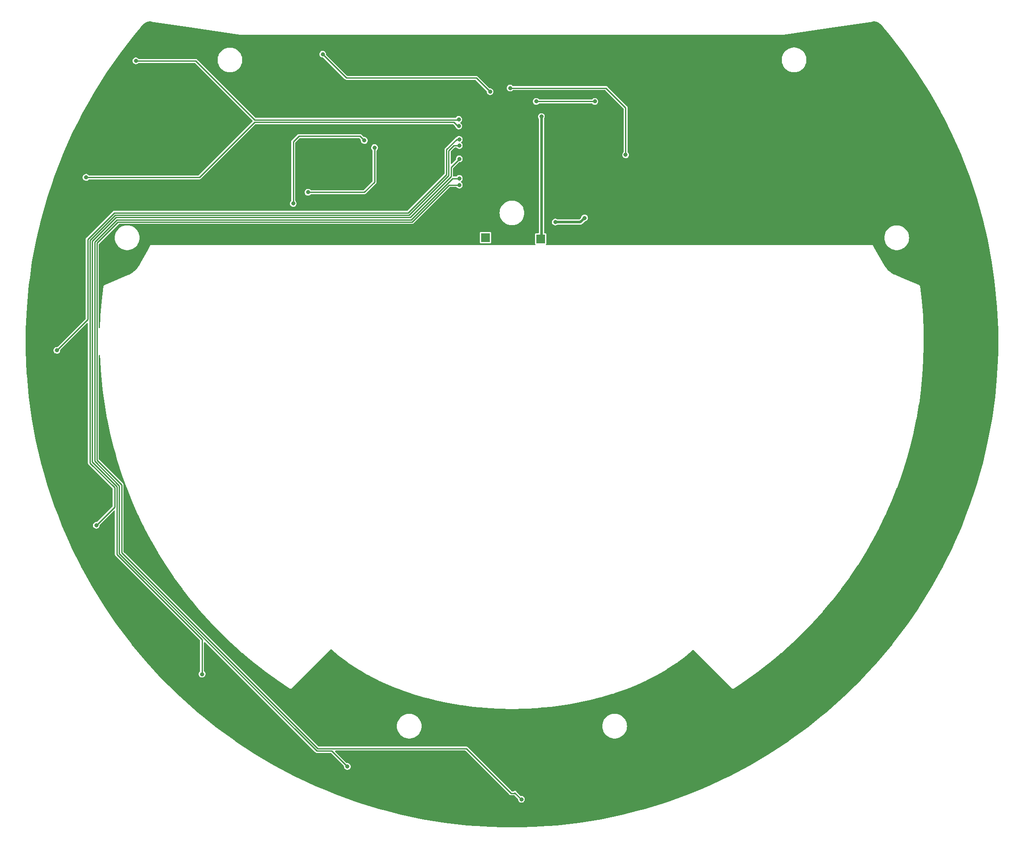
<source format=gbl>
G04 #@! TF.GenerationSoftware,KiCad,Pcbnew,6.0.2-378541a8eb~116~ubuntu20.04.1*
G04 #@! TF.CreationDate,2023-01-27T16:27:25+01:00*
G04 #@! TF.ProjectId,BUCKY_IR,4255434b-595f-4495-922e-6b696361645f,rev?*
G04 #@! TF.SameCoordinates,Original*
G04 #@! TF.FileFunction,Copper,L2,Bot*
G04 #@! TF.FilePolarity,Positive*
%FSLAX46Y46*%
G04 Gerber Fmt 4.6, Leading zero omitted, Abs format (unit mm)*
G04 Created by KiCad (PCBNEW 6.0.2-378541a8eb~116~ubuntu20.04.1) date 2023-01-27 16:27:25*
%MOMM*%
%LPD*%
G01*
G04 APERTURE LIST*
G04 #@! TA.AperFunction,ComponentPad*
%ADD10R,1.700000X1.700000*%
G04 #@! TD*
G04 #@! TA.AperFunction,ComponentPad*
%ADD11O,1.700000X1.700000*%
G04 #@! TD*
G04 #@! TA.AperFunction,ViaPad*
%ADD12C,0.800000*%
G04 #@! TD*
G04 #@! TA.AperFunction,Conductor*
%ADD13C,0.512000*%
G04 #@! TD*
G04 #@! TA.AperFunction,Conductor*
%ADD14C,0.254000*%
G04 #@! TD*
G04 #@! TA.AperFunction,Conductor*
%ADD15C,0.250000*%
G04 #@! TD*
G04 APERTURE END LIST*
D10*
X116725000Y-61425000D03*
D11*
X114185000Y-61425000D03*
D10*
X127475000Y-61675000D03*
D11*
X124935000Y-61675000D03*
D12*
X130300000Y-58400000D03*
X136000000Y-57600000D03*
X138000000Y-34900000D03*
X126600000Y-34900000D03*
X93100000Y-42500000D03*
X79245000Y-54780000D03*
X82134102Y-52599500D03*
X95100000Y-43900000D03*
X125100000Y-46700000D03*
X123200000Y-42900000D03*
X197000000Y-27000000D03*
X123200000Y-44700000D03*
X207000000Y-101500000D03*
X203500000Y-46000000D03*
X53000000Y-136500000D03*
X52000000Y-21000000D03*
X160000000Y-161000000D03*
X121100000Y-42900000D03*
X139000000Y-26500000D03*
X211000000Y-81000000D03*
X36000000Y-101500000D03*
X36000000Y-62500000D03*
X190500000Y-21000000D03*
X83000000Y-162200000D03*
X190500000Y-136500000D03*
X50000000Y-44000000D03*
X123200000Y-46700000D03*
X121100000Y-46600000D03*
X102500000Y-26500000D03*
X125100000Y-44700000D03*
X122000000Y-169000000D03*
X121100000Y-44700000D03*
X125100000Y-42900000D03*
X111500000Y-38400000D03*
X48600000Y-27000000D03*
X117600000Y-33000000D03*
X85000000Y-25700000D03*
X33200000Y-83400000D03*
X111600000Y-42300000D03*
X38900000Y-49700000D03*
X111500000Y-39700000D03*
X89800000Y-164500000D03*
X111600000Y-49900000D03*
X111600000Y-46100000D03*
X61500000Y-146500000D03*
X40900000Y-117500000D03*
X111600000Y-43500000D03*
X121500000Y-32300000D03*
X144000000Y-45300000D03*
X111600000Y-51200000D03*
X123700000Y-170900000D03*
X127600000Y-37850000D03*
D13*
X135200000Y-58400000D02*
X136000000Y-57600000D01*
X130300000Y-58400000D02*
X135200000Y-58400000D01*
D14*
X126600000Y-34900000D02*
X138000000Y-34900000D01*
X92248640Y-41648640D02*
X80351360Y-41648640D01*
X79245000Y-42755000D02*
X79245000Y-54780000D01*
X93100000Y-42500000D02*
X92248640Y-41648640D01*
X80351360Y-41648640D02*
X79245000Y-42755000D01*
X95100000Y-50600000D02*
X93100500Y-52599500D01*
X93100500Y-52599500D02*
X82134102Y-52599500D01*
X95100000Y-43900000D02*
X95100000Y-50600000D01*
D15*
X71750000Y-38500000D02*
X111400000Y-38500000D01*
X111400000Y-38500000D02*
X111500000Y-38400000D01*
X48600000Y-27000000D02*
X60250000Y-27000000D01*
X60250000Y-27000000D02*
X71750000Y-38500000D01*
X85000000Y-25700000D02*
X89600000Y-30300000D01*
X89600000Y-30300000D02*
X114900000Y-30300000D01*
X114900000Y-30300000D02*
X117600000Y-33000000D01*
X39465243Y-61499040D02*
X44362366Y-56601920D01*
X33200000Y-83400000D02*
X39201920Y-77398080D01*
X101655208Y-56601920D02*
X109100960Y-49156168D01*
X109100960Y-44299040D02*
X111100000Y-42300000D01*
X39201920Y-77398080D02*
X39201920Y-61762362D01*
X109100960Y-49156168D02*
X109100960Y-44299040D01*
X39201920Y-61762362D02*
X39465243Y-61499040D01*
X44362366Y-56601920D02*
X101655208Y-56601920D01*
X111100000Y-42300000D02*
X111600000Y-42300000D01*
X38900000Y-49700000D02*
X60964282Y-49700000D01*
X111300000Y-39700000D02*
X111500000Y-39700000D01*
X60964282Y-49700000D02*
X71714762Y-38949520D01*
X71714762Y-38949520D02*
X110549520Y-38949520D01*
X110549520Y-38949520D02*
X111300000Y-39700000D01*
X89800000Y-164500000D02*
X86749520Y-161449520D01*
X40550480Y-104986197D02*
X40550480Y-62320956D01*
X44920957Y-57950480D02*
X102213802Y-57950480D01*
X102213802Y-57950480D02*
X110264282Y-49900000D01*
X83813802Y-161449520D02*
X45350480Y-122986198D01*
X45350480Y-109786198D02*
X40550480Y-104986197D01*
X86749520Y-161449520D02*
X83813802Y-161449520D01*
X40550480Y-62320956D02*
X44920957Y-57950480D01*
X45350480Y-122986198D02*
X45350480Y-109786198D01*
X110264282Y-49900000D02*
X111600000Y-49900000D01*
X40100960Y-105172394D02*
X40100960Y-62134758D01*
X44900960Y-123172395D02*
X44900960Y-109972396D01*
X44734760Y-57500960D02*
X102027604Y-57500960D01*
X110000000Y-49528564D02*
X110000000Y-47700000D01*
X61500000Y-139771436D02*
X44900960Y-123172395D01*
X110000000Y-47700000D02*
X111600000Y-46100000D01*
X44900960Y-109972396D02*
X40100960Y-105172394D01*
X102027604Y-57500960D02*
X110000000Y-49528564D01*
X40100960Y-62134758D02*
X44734760Y-57500960D01*
X61500000Y-146500000D02*
X61500000Y-139771436D01*
X44451440Y-110158594D02*
X39651440Y-105358591D01*
X101841406Y-57051440D02*
X109550480Y-49342366D01*
X109550480Y-44485238D02*
X110535718Y-43500000D01*
X110535718Y-43500000D02*
X111600000Y-43500000D01*
X40900000Y-117500000D02*
X44451440Y-113948560D01*
X44451440Y-113948560D02*
X44451440Y-110158594D01*
X44548563Y-57051440D02*
X101841406Y-57051440D01*
X109550480Y-49342366D02*
X109550480Y-44485238D01*
X39651440Y-105358591D02*
X39651440Y-61948560D01*
X39651440Y-61948560D02*
X44548563Y-57051440D01*
D14*
X144000000Y-36100000D02*
X144000000Y-45300000D01*
X140200000Y-32300000D02*
X144000000Y-36100000D01*
X121500000Y-32300000D02*
X140200000Y-32300000D01*
D15*
X122412307Y-169612307D02*
X123700000Y-170900000D01*
X41000000Y-62507154D02*
X41000000Y-104800000D01*
X109600000Y-51200000D02*
X102400000Y-58400000D01*
X121699897Y-169724511D02*
X122300103Y-169724511D01*
X102400000Y-58400000D02*
X45107154Y-58400000D01*
X45800000Y-109600000D02*
X45800000Y-122800000D01*
X122300103Y-169724511D02*
X122412307Y-169612307D01*
X41000000Y-104800000D02*
X45800000Y-109600000D01*
X45800000Y-122800000D02*
X84000000Y-161000000D01*
X111600000Y-51200000D02*
X109600000Y-51200000D01*
X45107154Y-58400000D02*
X41000000Y-62507154D01*
X84000000Y-161000000D02*
X112975386Y-161000000D01*
X112975386Y-161000000D02*
X121699897Y-169724511D01*
D13*
X127475000Y-61675000D02*
X127600000Y-61550000D01*
X127600000Y-61550000D02*
X127600000Y-37850000D01*
G04 #@! TA.AperFunction,Conductor*
G36*
X51293470Y-19311342D02*
G01*
X51368790Y-19311857D01*
X51375637Y-19312090D01*
X51460965Y-19317320D01*
X51468018Y-19317952D01*
X51540084Y-19326453D01*
X51555449Y-19328266D01*
X51559040Y-19328741D01*
X58111149Y-20294280D01*
X68900867Y-21884286D01*
X68907077Y-21885361D01*
X68916220Y-21887180D01*
X68916230Y-21887181D01*
X68922293Y-21888387D01*
X68928012Y-21888387D01*
X68928689Y-21888470D01*
X68929373Y-21888487D01*
X68935029Y-21889320D01*
X68949201Y-21888610D01*
X68950507Y-21888545D01*
X68956808Y-21888387D01*
X174767861Y-21888387D01*
X174774162Y-21888545D01*
X174775468Y-21888610D01*
X174789640Y-21889320D01*
X174795295Y-21888487D01*
X174795983Y-21888470D01*
X174796659Y-21888387D01*
X174802377Y-21888387D01*
X174817608Y-21885357D01*
X174823796Y-21884286D01*
X185613556Y-20294280D01*
X192165624Y-19328751D01*
X192169227Y-19328273D01*
X192203215Y-19324262D01*
X192256680Y-19317954D01*
X192263717Y-19317324D01*
X192290963Y-19315653D01*
X192348997Y-19312095D01*
X192355846Y-19311862D01*
X192433945Y-19311328D01*
X192444240Y-19311258D01*
X192450990Y-19311393D01*
X192460903Y-19311857D01*
X192541994Y-19315653D01*
X192548775Y-19316154D01*
X192566561Y-19317952D01*
X192641810Y-19325559D01*
X192648754Y-19326458D01*
X192743234Y-19341365D01*
X192750454Y-19342721D01*
X192832986Y-19360744D01*
X192845963Y-19363578D01*
X192853567Y-19365489D01*
X192949809Y-19392877D01*
X192957749Y-19395423D01*
X193054849Y-19430172D01*
X193063013Y-19433422D01*
X193156425Y-19474453D01*
X193161228Y-19476563D01*
X193169532Y-19480580D01*
X193269454Y-19533508D01*
X193277607Y-19538225D01*
X193379988Y-19602683D01*
X193387715Y-19607958D01*
X193493387Y-19686007D01*
X193500428Y-19691607D01*
X193610027Y-19785395D01*
X193616240Y-19791082D01*
X193730191Y-19902637D01*
X193735493Y-19908153D01*
X193832063Y-20014921D01*
X193842267Y-20029113D01*
X193846241Y-20033758D01*
X193852314Y-20044581D01*
X193862066Y-20052255D01*
X193862117Y-20052315D01*
X193880158Y-20069702D01*
X194348397Y-20621483D01*
X194349049Y-20622257D01*
X194836405Y-21206010D01*
X194837051Y-21206790D01*
X195296404Y-21766077D01*
X195310282Y-21786919D01*
X195310335Y-21786984D01*
X195316146Y-21797951D01*
X195325713Y-21805861D01*
X195328910Y-21809785D01*
X195341958Y-21823251D01*
X198165452Y-25465558D01*
X198169066Y-25470460D01*
X200806486Y-29235296D01*
X200809851Y-29240354D01*
X203241630Y-33094480D01*
X203244736Y-33099677D01*
X203892705Y-34245102D01*
X205325020Y-36777027D01*
X205471342Y-37035683D01*
X205474178Y-37040988D01*
X206080047Y-38242733D01*
X207496179Y-41051641D01*
X207498752Y-41057062D01*
X209316620Y-45134952D01*
X209318921Y-45140460D01*
X209819579Y-46423798D01*
X210927601Y-49263992D01*
X210933193Y-49278327D01*
X210935215Y-49283896D01*
X211831489Y-51945392D01*
X212346378Y-53474362D01*
X212348132Y-53480003D01*
X213556692Y-57715750D01*
X213556696Y-57715765D01*
X213558172Y-57721438D01*
X214564635Y-61995148D01*
X214564636Y-61995153D01*
X214565841Y-62000862D01*
X215370698Y-66305197D01*
X215371628Y-66310902D01*
X215778688Y-69228659D01*
X215975369Y-70638447D01*
X215976039Y-70644213D01*
X216379166Y-74987682D01*
X216379568Y-74993455D01*
X216582577Y-79345465D01*
X216582714Y-79351238D01*
X216584436Y-81562997D01*
X216586095Y-83693605D01*
X216586103Y-83704454D01*
X216585975Y-83710210D01*
X216510872Y-85378198D01*
X216390242Y-88057266D01*
X216389853Y-88062998D01*
X216374270Y-88234245D01*
X215995493Y-92396612D01*
X215994839Y-92402342D01*
X215402358Y-96715071D01*
X215401441Y-96720772D01*
X214611342Y-101005264D01*
X214610162Y-101010930D01*
X213707791Y-104894697D01*
X213622944Y-105259874D01*
X213621505Y-105265476D01*
X212975691Y-107559981D01*
X212437662Y-109471538D01*
X212435955Y-109477107D01*
X212179584Y-110249181D01*
X211055996Y-113632913D01*
X211054040Y-113638379D01*
X210378817Y-115394695D01*
X209478466Y-117736590D01*
X209476229Y-117742025D01*
X209295712Y-118153207D01*
X208301156Y-120418607D01*
X207705576Y-121775218D01*
X207703080Y-121780558D01*
X205956152Y-125301428D01*
X205737790Y-125741528D01*
X205735029Y-125746778D01*
X205592745Y-126002522D01*
X203575642Y-129628094D01*
X203572617Y-129633241D01*
X201219601Y-133427619D01*
X201216319Y-133432641D01*
X201012551Y-133728760D01*
X199141674Y-136447544D01*
X198670147Y-137132773D01*
X198666618Y-137137646D01*
X196118106Y-140486120D01*
X195927829Y-140736124D01*
X195924053Y-140740845D01*
X192996698Y-144226098D01*
X192993086Y-144230398D01*
X192989074Y-144234947D01*
X190734346Y-146670641D01*
X189866416Y-147608231D01*
X189862172Y-147612600D01*
X188736280Y-148716682D01*
X187053712Y-150366658D01*
X186548236Y-150862342D01*
X186543790Y-150866496D01*
X183832695Y-153279574D01*
X183076809Y-153952369D01*
X183072166Y-153956305D01*
X182061700Y-154771696D01*
X179494853Y-156843003D01*
X179490035Y-156846703D01*
X175809731Y-159534258D01*
X175804757Y-159537710D01*
X172028812Y-162026143D01*
X172023723Y-162029325D01*
X168159417Y-164318692D01*
X168154219Y-164321606D01*
X164209003Y-166411858D01*
X164203686Y-166414518D01*
X163221564Y-166876684D01*
X160184787Y-168305729D01*
X160179355Y-168308130D01*
X159037044Y-168781293D01*
X156094231Y-170000252D01*
X156088754Y-170002371D01*
X151944689Y-171495435D01*
X151939136Y-171497290D01*
X147743558Y-172791274D01*
X147737945Y-172792864D01*
X146343100Y-173153080D01*
X143498096Y-173887797D01*
X143492423Y-173889122D01*
X139215820Y-174784965D01*
X139210113Y-174786024D01*
X134903979Y-175482804D01*
X134898247Y-175483597D01*
X130570039Y-175981296D01*
X130564288Y-175981824D01*
X127270806Y-176208283D01*
X126221305Y-176280446D01*
X126215552Y-176280710D01*
X123405713Y-176345003D01*
X121865213Y-176380252D01*
X121859449Y-176380252D01*
X120318703Y-176344998D01*
X117509108Y-176280710D01*
X117503355Y-176280446D01*
X116453343Y-176208248D01*
X113160374Y-175981824D01*
X113154623Y-175981296D01*
X108826415Y-175483597D01*
X108820683Y-175482804D01*
X104514549Y-174786024D01*
X104508842Y-174784965D01*
X100232233Y-173889121D01*
X100226560Y-173887796D01*
X97380805Y-173152885D01*
X95986736Y-172792869D01*
X95981123Y-172791279D01*
X91785526Y-171497290D01*
X91779973Y-171495435D01*
X87635893Y-170002365D01*
X87630413Y-170000245D01*
X85423193Y-169085980D01*
X83545308Y-168308130D01*
X83539876Y-168305729D01*
X80484213Y-166867797D01*
X79520988Y-166414523D01*
X79515665Y-166411861D01*
X75570461Y-164321615D01*
X75565227Y-164318681D01*
X74951449Y-163955055D01*
X71700939Y-162029325D01*
X71695850Y-162026143D01*
X67919905Y-159537710D01*
X67914931Y-159534258D01*
X64234627Y-156846703D01*
X64229809Y-156843003D01*
X61852257Y-154924448D01*
X60652497Y-153956307D01*
X60647862Y-153952378D01*
X59844541Y-153237361D01*
X57180873Y-150866496D01*
X57176427Y-150862342D01*
X56826240Y-150518938D01*
X55009414Y-148737307D01*
X53862490Y-147612600D01*
X53858246Y-147608231D01*
X52990316Y-146670641D01*
X50735588Y-144234947D01*
X50731576Y-144230398D01*
X50727965Y-144226098D01*
X47800599Y-140740832D01*
X47796823Y-140736111D01*
X47606556Y-140486120D01*
X45058039Y-137137639D01*
X45054508Y-137132763D01*
X44586768Y-136453036D01*
X42508352Y-133432655D01*
X42505070Y-133427633D01*
X40152050Y-129633250D01*
X40149025Y-129628103D01*
X38131919Y-126002525D01*
X37989637Y-125746784D01*
X37986877Y-125741536D01*
X37768511Y-125301428D01*
X36021586Y-121780567D01*
X36019090Y-121775227D01*
X35423507Y-120418607D01*
X35133760Y-119758623D01*
X34248430Y-117742018D01*
X34246193Y-117736583D01*
X33355100Y-115418768D01*
X32670617Y-113638366D01*
X32668658Y-113632892D01*
X31545079Y-110249182D01*
X31288705Y-109477100D01*
X31286998Y-109471531D01*
X30747360Y-107554259D01*
X30103162Y-105265496D01*
X30101725Y-105259900D01*
X30022695Y-104919756D01*
X29114500Y-101010930D01*
X29113320Y-101005264D01*
X28323221Y-96720772D01*
X28322304Y-96715071D01*
X27729823Y-92402342D01*
X27729169Y-92396612D01*
X27350392Y-88234245D01*
X27334809Y-88062998D01*
X27334420Y-88057266D01*
X27213791Y-85378198D01*
X27138687Y-83710210D01*
X27138559Y-83704454D01*
X27138568Y-83693605D01*
X27138802Y-83393096D01*
X32540729Y-83393096D01*
X32558113Y-83550553D01*
X32612553Y-83699319D01*
X32616789Y-83705622D01*
X32616789Y-83705623D01*
X32642260Y-83743527D01*
X32700908Y-83830805D01*
X32706527Y-83835918D01*
X32706528Y-83835919D01*
X32717903Y-83846269D01*
X32818076Y-83937419D01*
X32957293Y-84013008D01*
X33110522Y-84053207D01*
X33194477Y-84054526D01*
X33261319Y-84055576D01*
X33261322Y-84055576D01*
X33268916Y-84055695D01*
X33423332Y-84020329D01*
X33493742Y-83984917D01*
X33558072Y-83952563D01*
X33558075Y-83952561D01*
X33564855Y-83949151D01*
X33570626Y-83944222D01*
X33570629Y-83944220D01*
X33679536Y-83851204D01*
X33679536Y-83851203D01*
X33685314Y-83846269D01*
X33777755Y-83717624D01*
X33836842Y-83570641D01*
X33859162Y-83413807D01*
X33859307Y-83400000D01*
X33853437Y-83351496D01*
X33865109Y-83281468D01*
X33889429Y-83247265D01*
X39056845Y-78079849D01*
X39119157Y-78045823D01*
X39189972Y-78050888D01*
X39246808Y-78093435D01*
X39271619Y-78159955D01*
X39271940Y-78168944D01*
X39271940Y-105304671D01*
X39269391Y-105328619D01*
X39269312Y-105330284D01*
X39267120Y-105340467D01*
X39268344Y-105350808D01*
X39271067Y-105373814D01*
X39271417Y-105379745D01*
X39271512Y-105379737D01*
X39271940Y-105384915D01*
X39271940Y-105390115D01*
X39272794Y-105395244D01*
X39272794Y-105395247D01*
X39275109Y-105409156D01*
X39275946Y-105415034D01*
X39281970Y-105465932D01*
X39285933Y-105474184D01*
X39287436Y-105483217D01*
X39292383Y-105492386D01*
X39292384Y-105492388D01*
X39311774Y-105528323D01*
X39314471Y-105533616D01*
X39333225Y-105572673D01*
X39333228Y-105572677D01*
X39336659Y-105579823D01*
X39340254Y-105584099D01*
X39342177Y-105586022D01*
X39343949Y-105587954D01*
X39343992Y-105588033D01*
X39343868Y-105588146D01*
X39344344Y-105588686D01*
X39347430Y-105594405D01*
X39355075Y-105601472D01*
X39387026Y-105631007D01*
X39390592Y-105634437D01*
X44035035Y-110278883D01*
X44069061Y-110341195D01*
X44071940Y-110367978D01*
X44071940Y-113739176D01*
X44051938Y-113807297D01*
X44035035Y-113828271D01*
X41054411Y-116808895D01*
X40992099Y-116842921D01*
X40964658Y-116845798D01*
X40824221Y-116845062D01*
X40816841Y-116846834D01*
X40816839Y-116846834D01*
X40677563Y-116880271D01*
X40677560Y-116880272D01*
X40670184Y-116882043D01*
X40529414Y-116954700D01*
X40410039Y-117058838D01*
X40318950Y-117188444D01*
X40261406Y-117336037D01*
X40260414Y-117343570D01*
X40260414Y-117343571D01*
X40254220Y-117390623D01*
X40240729Y-117493096D01*
X40258113Y-117650553D01*
X40260723Y-117657684D01*
X40260723Y-117657686D01*
X40291587Y-117742025D01*
X40312553Y-117799319D01*
X40316789Y-117805622D01*
X40316789Y-117805623D01*
X40386494Y-117909354D01*
X40400908Y-117930805D01*
X40406527Y-117935918D01*
X40406528Y-117935919D01*
X40444835Y-117970775D01*
X40518076Y-118037419D01*
X40657293Y-118113008D01*
X40810522Y-118153207D01*
X40894477Y-118154526D01*
X40961319Y-118155576D01*
X40961322Y-118155576D01*
X40968916Y-118155695D01*
X41123332Y-118120329D01*
X41193742Y-118084917D01*
X41258072Y-118052563D01*
X41258075Y-118052561D01*
X41264855Y-118049151D01*
X41270626Y-118044222D01*
X41270629Y-118044220D01*
X41379536Y-117951204D01*
X41379536Y-117951203D01*
X41385314Y-117946269D01*
X41477755Y-117817624D01*
X41536842Y-117670641D01*
X41559162Y-117513807D01*
X41559307Y-117500000D01*
X41553437Y-117451496D01*
X41565109Y-117381468D01*
X41589429Y-117347265D01*
X44306365Y-114630329D01*
X44368677Y-114596303D01*
X44439492Y-114601368D01*
X44496328Y-114643915D01*
X44521139Y-114710435D01*
X44521460Y-114719424D01*
X44521460Y-123118475D01*
X44518911Y-123142423D01*
X44518832Y-123144088D01*
X44516640Y-123154271D01*
X44517864Y-123164612D01*
X44520587Y-123187618D01*
X44520937Y-123193549D01*
X44521032Y-123193541D01*
X44521460Y-123198719D01*
X44521460Y-123203919D01*
X44522314Y-123209048D01*
X44522314Y-123209051D01*
X44524629Y-123222960D01*
X44525466Y-123228838D01*
X44531490Y-123279736D01*
X44535453Y-123287988D01*
X44536956Y-123297021D01*
X44541903Y-123306190D01*
X44541904Y-123306192D01*
X44561294Y-123342127D01*
X44563991Y-123347420D01*
X44582745Y-123386477D01*
X44582748Y-123386481D01*
X44586179Y-123393627D01*
X44589774Y-123397903D01*
X44591697Y-123399826D01*
X44593469Y-123401758D01*
X44593512Y-123401837D01*
X44593388Y-123401950D01*
X44593864Y-123402490D01*
X44596950Y-123408209D01*
X44604595Y-123415276D01*
X44636546Y-123444811D01*
X44640112Y-123448241D01*
X61083595Y-139891725D01*
X61117621Y-139954037D01*
X61120500Y-139980820D01*
X61120500Y-145905187D01*
X61100498Y-145973308D01*
X61077330Y-146000135D01*
X61010039Y-146058838D01*
X60918950Y-146188444D01*
X60861406Y-146336037D01*
X60840729Y-146493096D01*
X60849421Y-146571825D01*
X60856487Y-146635824D01*
X60858113Y-146650553D01*
X60860723Y-146657684D01*
X60860723Y-146657686D01*
X60884523Y-146722722D01*
X60912553Y-146799319D01*
X61000908Y-146930805D01*
X61006527Y-146935918D01*
X61006528Y-146935919D01*
X61017903Y-146946269D01*
X61118076Y-147037419D01*
X61257293Y-147113008D01*
X61410522Y-147153207D01*
X61494477Y-147154526D01*
X61561319Y-147155576D01*
X61561322Y-147155576D01*
X61568916Y-147155695D01*
X61723332Y-147120329D01*
X61793742Y-147084917D01*
X61858072Y-147052563D01*
X61858075Y-147052561D01*
X61864855Y-147049151D01*
X61870626Y-147044222D01*
X61870629Y-147044220D01*
X61979536Y-146951204D01*
X61979536Y-146951203D01*
X61985314Y-146946269D01*
X62077755Y-146817624D01*
X62136842Y-146670641D01*
X62159162Y-146513807D01*
X62159307Y-146500000D01*
X62140276Y-146342733D01*
X62084280Y-146194546D01*
X61994553Y-146063992D01*
X61921681Y-145999065D01*
X61884126Y-145938816D01*
X61879500Y-145904989D01*
X61879500Y-140356102D01*
X61899502Y-140287981D01*
X61953158Y-140241488D01*
X62023432Y-140231384D01*
X62088012Y-140260878D01*
X62094595Y-140267007D01*
X83507324Y-161679736D01*
X83522466Y-161698484D01*
X83523581Y-161699709D01*
X83529231Y-161708460D01*
X83537409Y-161714907D01*
X83537411Y-161714909D01*
X83555602Y-161729249D01*
X83560043Y-161733195D01*
X83560105Y-161733122D01*
X83564069Y-161736481D01*
X83567746Y-161740158D01*
X83583494Y-161751412D01*
X83588164Y-161754918D01*
X83628449Y-161786676D01*
X83637083Y-161789708D01*
X83644536Y-161795034D01*
X83693652Y-161809723D01*
X83699294Y-161811556D01*
X83740169Y-161825910D01*
X83747653Y-161828538D01*
X83753218Y-161829020D01*
X83755926Y-161829020D01*
X83758560Y-161829134D01*
X83758658Y-161829163D01*
X83758651Y-161829327D01*
X83759355Y-161829371D01*
X83765580Y-161831233D01*
X83819437Y-161829117D01*
X83824384Y-161829020D01*
X86540136Y-161829020D01*
X86608257Y-161849022D01*
X86629231Y-161865925D01*
X89110249Y-164346943D01*
X89144275Y-164409255D01*
X89146076Y-164452482D01*
X89140729Y-164493096D01*
X89158113Y-164650553D01*
X89160723Y-164657684D01*
X89160723Y-164657686D01*
X89202958Y-164773098D01*
X89212553Y-164799319D01*
X89300908Y-164930805D01*
X89306527Y-164935918D01*
X89306528Y-164935919D01*
X89317903Y-164946269D01*
X89418076Y-165037419D01*
X89557293Y-165113008D01*
X89710522Y-165153207D01*
X89794477Y-165154526D01*
X89861319Y-165155576D01*
X89861322Y-165155576D01*
X89868916Y-165155695D01*
X90023332Y-165120329D01*
X90093742Y-165084917D01*
X90158072Y-165052563D01*
X90158075Y-165052561D01*
X90164855Y-165049151D01*
X90170626Y-165044222D01*
X90170629Y-165044220D01*
X90279536Y-164951204D01*
X90279536Y-164951203D01*
X90285314Y-164946269D01*
X90377755Y-164817624D01*
X90436842Y-164670641D01*
X90459162Y-164513807D01*
X90459307Y-164500000D01*
X90457561Y-164485567D01*
X90441188Y-164350273D01*
X90440276Y-164342733D01*
X90384280Y-164194546D01*
X90294553Y-164063992D01*
X90176275Y-163958611D01*
X90036274Y-163884484D01*
X89882633Y-163845892D01*
X89875034Y-163845852D01*
X89875033Y-163845852D01*
X89814626Y-163845536D01*
X89733335Y-163845110D01*
X89665321Y-163824752D01*
X89644901Y-163808207D01*
X87431289Y-161594595D01*
X87397263Y-161532283D01*
X87402328Y-161461468D01*
X87444875Y-161404632D01*
X87511395Y-161379821D01*
X87520384Y-161379500D01*
X112766002Y-161379500D01*
X112834123Y-161399502D01*
X112855097Y-161416405D01*
X121393419Y-169954727D01*
X121408561Y-169973475D01*
X121409676Y-169974700D01*
X121415326Y-169983451D01*
X121423504Y-169989898D01*
X121423506Y-169989900D01*
X121441697Y-170004240D01*
X121446138Y-170008186D01*
X121446200Y-170008113D01*
X121450164Y-170011472D01*
X121453841Y-170015149D01*
X121469589Y-170026403D01*
X121474259Y-170029909D01*
X121514544Y-170061667D01*
X121523178Y-170064699D01*
X121530631Y-170070025D01*
X121579747Y-170084714D01*
X121585389Y-170086547D01*
X121626264Y-170100901D01*
X121633748Y-170103529D01*
X121639313Y-170104011D01*
X121642021Y-170104011D01*
X121644655Y-170104125D01*
X121644753Y-170104154D01*
X121644746Y-170104318D01*
X121645450Y-170104362D01*
X121651675Y-170106224D01*
X121705532Y-170104108D01*
X121710479Y-170104011D01*
X122246183Y-170104011D01*
X122270131Y-170106560D01*
X122271796Y-170106639D01*
X122281979Y-170108831D01*
X122292321Y-170107607D01*
X122292322Y-170107607D01*
X122301902Y-170106473D01*
X122371901Y-170118327D01*
X122405810Y-170142504D01*
X123010249Y-170746943D01*
X123044275Y-170809255D01*
X123046076Y-170852482D01*
X123040729Y-170893096D01*
X123058113Y-171050553D01*
X123112553Y-171199319D01*
X123200908Y-171330805D01*
X123206527Y-171335918D01*
X123206528Y-171335919D01*
X123217903Y-171346269D01*
X123318076Y-171437419D01*
X123457293Y-171513008D01*
X123610522Y-171553207D01*
X123694477Y-171554526D01*
X123761319Y-171555576D01*
X123761322Y-171555576D01*
X123768916Y-171555695D01*
X123923332Y-171520329D01*
X123993742Y-171484917D01*
X124058072Y-171452563D01*
X124058075Y-171452561D01*
X124064855Y-171449151D01*
X124070626Y-171444222D01*
X124070629Y-171444220D01*
X124179536Y-171351204D01*
X124179536Y-171351203D01*
X124185314Y-171346269D01*
X124277755Y-171217624D01*
X124336842Y-171070641D01*
X124359162Y-170913807D01*
X124359307Y-170900000D01*
X124357561Y-170885567D01*
X124341188Y-170750273D01*
X124340276Y-170742733D01*
X124284280Y-170594546D01*
X124194553Y-170463992D01*
X124076275Y-170358611D01*
X123936274Y-170284484D01*
X123782633Y-170245892D01*
X123775034Y-170245852D01*
X123775033Y-170245852D01*
X123714626Y-170245536D01*
X123633335Y-170245110D01*
X123565321Y-170224752D01*
X123544901Y-170208207D01*
X122696316Y-169359622D01*
X122688960Y-169351602D01*
X122668880Y-169327714D01*
X122662180Y-169319743D01*
X122629599Y-169300128D01*
X122625082Y-169297408D01*
X122616813Y-169291976D01*
X122590049Y-169272850D01*
X122581573Y-169266793D01*
X122571595Y-169263809D01*
X122567315Y-169261712D01*
X122562861Y-169259949D01*
X122553942Y-169254579D01*
X122511591Y-169245461D01*
X122502038Y-169243007D01*
X122470509Y-169233578D01*
X122470506Y-169233578D01*
X122460529Y-169230594D01*
X122450120Y-169231003D01*
X122445384Y-169230405D01*
X122440616Y-169230180D01*
X122430431Y-169227987D01*
X122420088Y-169229211D01*
X122420085Y-169229211D01*
X122387425Y-169233077D01*
X122377570Y-169233853D01*
X122334286Y-169235554D01*
X122324572Y-169239312D01*
X122319889Y-169240282D01*
X122315303Y-169241615D01*
X122304966Y-169242838D01*
X122265938Y-169261579D01*
X122256857Y-169265509D01*
X122216455Y-169281139D01*
X122208481Y-169287842D01*
X122201643Y-169291886D01*
X122198219Y-169294097D01*
X122191075Y-169297527D01*
X122186799Y-169301121D01*
X122179814Y-169308106D01*
X122117502Y-169342132D01*
X122090719Y-169345011D01*
X121909282Y-169345011D01*
X121841161Y-169325009D01*
X121820187Y-169308106D01*
X113281864Y-160769784D01*
X113266722Y-160751036D01*
X113265607Y-160749811D01*
X113259957Y-160741060D01*
X113251779Y-160734613D01*
X113251777Y-160734611D01*
X113233586Y-160720271D01*
X113229145Y-160716325D01*
X113229083Y-160716398D01*
X113225119Y-160713039D01*
X113221442Y-160709362D01*
X113205694Y-160698108D01*
X113201024Y-160694602D01*
X113160739Y-160662844D01*
X113152105Y-160659812D01*
X113144652Y-160654486D01*
X113095536Y-160639797D01*
X113089894Y-160637964D01*
X113049019Y-160623610D01*
X113049018Y-160623610D01*
X113041535Y-160620982D01*
X113035970Y-160620500D01*
X113033262Y-160620500D01*
X113030628Y-160620386D01*
X113030530Y-160620357D01*
X113030537Y-160620193D01*
X113029833Y-160620149D01*
X113023608Y-160618287D01*
X112969751Y-160620403D01*
X112964804Y-160620500D01*
X84209384Y-160620500D01*
X84141263Y-160600498D01*
X84120289Y-160583595D01*
X80176694Y-156640000D01*
X99441247Y-156640000D01*
X99460241Y-156941897D01*
X99516922Y-157239033D01*
X99610398Y-157526721D01*
X99612085Y-157530307D01*
X99612087Y-157530311D01*
X99737506Y-157796840D01*
X99737510Y-157796847D01*
X99739194Y-157800426D01*
X99901278Y-158055829D01*
X100094095Y-158288905D01*
X100314603Y-158495976D01*
X100317805Y-158498303D01*
X100317807Y-158498304D01*
X100556117Y-158671446D01*
X100556122Y-158671449D01*
X100559326Y-158673777D01*
X100702654Y-158752573D01*
X100802752Y-158807602D01*
X100824403Y-158819505D01*
X101052062Y-158909642D01*
X101082875Y-158921841D01*
X101105654Y-158930860D01*
X101398645Y-159006087D01*
X101698753Y-159044000D01*
X102001247Y-159044000D01*
X102301355Y-159006087D01*
X102594346Y-158930860D01*
X102617126Y-158921841D01*
X102647938Y-158909642D01*
X102875597Y-158819505D01*
X102897249Y-158807602D01*
X102997346Y-158752573D01*
X103140674Y-158673777D01*
X103143878Y-158671449D01*
X103143883Y-158671446D01*
X103382193Y-158498304D01*
X103382195Y-158498303D01*
X103385397Y-158495976D01*
X103605905Y-158288905D01*
X103798722Y-158055829D01*
X103960806Y-157800426D01*
X103962490Y-157796847D01*
X103962494Y-157796840D01*
X104087913Y-157530311D01*
X104087915Y-157530307D01*
X104089602Y-157526721D01*
X104183078Y-157239033D01*
X104239759Y-156941897D01*
X104258753Y-156640000D01*
X104258124Y-156630000D01*
X139461247Y-156630000D01*
X139480241Y-156931897D01*
X139536922Y-157229033D01*
X139630398Y-157516721D01*
X139632085Y-157520307D01*
X139632087Y-157520311D01*
X139757506Y-157786840D01*
X139757510Y-157786847D01*
X139759194Y-157790426D01*
X139921278Y-158045829D01*
X140114095Y-158278905D01*
X140334603Y-158485976D01*
X140337805Y-158488303D01*
X140337807Y-158488304D01*
X140576117Y-158661446D01*
X140576122Y-158661449D01*
X140579326Y-158663777D01*
X140844403Y-158809505D01*
X141125654Y-158920860D01*
X141418645Y-158996087D01*
X141718753Y-159034000D01*
X142021247Y-159034000D01*
X142321355Y-158996087D01*
X142614346Y-158920860D01*
X142895597Y-158809505D01*
X143160674Y-158663777D01*
X143163878Y-158661449D01*
X143163883Y-158661446D01*
X143402193Y-158488304D01*
X143402195Y-158488303D01*
X143405397Y-158485976D01*
X143625905Y-158278905D01*
X143818722Y-158045829D01*
X143980806Y-157790426D01*
X143982490Y-157786847D01*
X143982494Y-157786840D01*
X144107913Y-157520311D01*
X144107915Y-157520307D01*
X144109602Y-157516721D01*
X144203078Y-157229033D01*
X144259759Y-156931897D01*
X144278753Y-156630000D01*
X144259759Y-156328103D01*
X144203078Y-156030967D01*
X144109602Y-155743279D01*
X144107913Y-155739689D01*
X143982494Y-155473160D01*
X143982490Y-155473153D01*
X143980806Y-155469574D01*
X143818722Y-155214171D01*
X143625905Y-154981095D01*
X143405397Y-154774024D01*
X143402193Y-154771696D01*
X143163883Y-154598554D01*
X143163878Y-154598551D01*
X143160674Y-154596223D01*
X143017346Y-154517427D01*
X142899059Y-154452398D01*
X142899056Y-154452396D01*
X142895597Y-154450495D01*
X142639603Y-154349140D01*
X142618016Y-154340593D01*
X142618015Y-154340593D01*
X142614346Y-154339140D01*
X142321355Y-154263913D01*
X142021247Y-154226000D01*
X141718753Y-154226000D01*
X141418645Y-154263913D01*
X141125654Y-154339140D01*
X141121985Y-154340593D01*
X141121984Y-154340593D01*
X141100397Y-154349140D01*
X140844403Y-154450495D01*
X140840944Y-154452396D01*
X140840941Y-154452398D01*
X140722654Y-154517427D01*
X140579326Y-154596223D01*
X140576122Y-154598551D01*
X140576117Y-154598554D01*
X140337807Y-154771696D01*
X140334603Y-154774024D01*
X140114095Y-154981095D01*
X139921278Y-155214171D01*
X139759194Y-155469574D01*
X139757510Y-155473153D01*
X139757506Y-155473160D01*
X139632087Y-155739689D01*
X139630398Y-155743279D01*
X139536922Y-156030967D01*
X139480241Y-156328103D01*
X139464994Y-156570445D01*
X139461247Y-156630000D01*
X104258124Y-156630000D01*
X104239759Y-156338103D01*
X104183078Y-156040967D01*
X104089602Y-155753279D01*
X104086672Y-155747052D01*
X103962494Y-155483160D01*
X103962490Y-155483153D01*
X103960806Y-155479574D01*
X103798722Y-155224171D01*
X103605905Y-154991095D01*
X103385397Y-154784024D01*
X103368429Y-154771696D01*
X103143883Y-154608554D01*
X103143878Y-154608551D01*
X103140674Y-154606223D01*
X102875597Y-154460495D01*
X102594346Y-154349140D01*
X102301355Y-154273913D01*
X102001247Y-154236000D01*
X101698753Y-154236000D01*
X101398645Y-154273913D01*
X101105654Y-154349140D01*
X100824403Y-154460495D01*
X100559326Y-154606223D01*
X100556122Y-154608551D01*
X100556117Y-154608554D01*
X100331571Y-154771696D01*
X100314603Y-154784024D01*
X100094095Y-154991095D01*
X99901278Y-155224171D01*
X99739194Y-155479574D01*
X99737510Y-155483153D01*
X99737506Y-155483160D01*
X99613328Y-155747052D01*
X99610398Y-155753279D01*
X99516922Y-156040967D01*
X99460241Y-156338103D01*
X99444994Y-156580445D01*
X99441247Y-156640000D01*
X80176694Y-156640000D01*
X46216405Y-122679711D01*
X46182379Y-122617399D01*
X46179500Y-122590616D01*
X46179500Y-109653920D01*
X46182049Y-109629972D01*
X46182128Y-109628307D01*
X46184320Y-109618124D01*
X46180373Y-109584777D01*
X46180023Y-109578846D01*
X46179928Y-109578854D01*
X46179500Y-109573676D01*
X46179500Y-109568476D01*
X46178646Y-109563344D01*
X46176331Y-109549435D01*
X46175494Y-109543557D01*
X46170694Y-109502999D01*
X46170694Y-109502998D01*
X46169470Y-109492659D01*
X46165507Y-109484407D01*
X46164004Y-109475374D01*
X46139665Y-109430266D01*
X46136969Y-109424975D01*
X46118215Y-109385918D01*
X46118212Y-109385914D01*
X46114781Y-109378768D01*
X46111186Y-109374492D01*
X46109263Y-109372569D01*
X46107491Y-109370637D01*
X46107448Y-109370558D01*
X46107572Y-109370445D01*
X46107096Y-109369905D01*
X46104010Y-109364186D01*
X46064413Y-109327583D01*
X46060848Y-109324154D01*
X41416405Y-104679711D01*
X41382379Y-104617399D01*
X41379500Y-104590616D01*
X41379500Y-84396905D01*
X41399502Y-84328784D01*
X41453158Y-84282291D01*
X41523432Y-84272187D01*
X41588012Y-84301681D01*
X41626396Y-84361407D01*
X41631452Y-84393416D01*
X41657313Y-85326905D01*
X41657307Y-85328631D01*
X41656746Y-85332832D01*
X41657139Y-85339010D01*
X41657900Y-85350986D01*
X41658106Y-85355492D01*
X41658611Y-85373727D01*
X41659554Y-85377868D01*
X41659717Y-85379589D01*
X41776209Y-87212286D01*
X41837825Y-88181667D01*
X41837881Y-88183401D01*
X41837470Y-88187612D01*
X41839283Y-88205829D01*
X41839639Y-88210206D01*
X41840798Y-88228443D01*
X41841884Y-88232529D01*
X41842107Y-88234230D01*
X42119169Y-91019538D01*
X42119286Y-91021262D01*
X42119026Y-91025472D01*
X42119857Y-91031603D01*
X42119857Y-91031609D01*
X42121480Y-91043583D01*
X42122002Y-91048026D01*
X42123809Y-91066186D01*
X42125037Y-91070221D01*
X42125318Y-91071894D01*
X42500213Y-93838064D01*
X42500388Y-93839755D01*
X42500278Y-93843959D01*
X42503381Y-93862017D01*
X42504052Y-93866388D01*
X42505675Y-93878368D01*
X42505676Y-93878373D01*
X42506507Y-93884503D01*
X42507874Y-93888481D01*
X42508215Y-93890150D01*
X42979818Y-96634749D01*
X42980052Y-96636424D01*
X42980091Y-96640619D01*
X42981354Y-96646675D01*
X42983821Y-96658507D01*
X42984655Y-96662892D01*
X42987756Y-96680941D01*
X42989260Y-96684859D01*
X42989655Y-96686497D01*
X43016991Y-96817615D01*
X43556854Y-99407164D01*
X43557145Y-99408816D01*
X43557331Y-99413003D01*
X43558808Y-99419016D01*
X43558808Y-99419018D01*
X43561701Y-99430796D01*
X43562676Y-99435092D01*
X43566420Y-99453050D01*
X43568056Y-99456901D01*
X43568509Y-99458523D01*
X44230179Y-102152847D01*
X44230530Y-102154497D01*
X44230862Y-102158658D01*
X44232546Y-102164602D01*
X44232546Y-102164604D01*
X44235861Y-102176307D01*
X44236984Y-102180554D01*
X44241361Y-102198378D01*
X44243129Y-102202162D01*
X44243634Y-102203751D01*
X44621151Y-103536563D01*
X44934494Y-104642806D01*
X44998669Y-104869375D01*
X44999071Y-104870987D01*
X44999549Y-104875134D01*
X45001446Y-104881032D01*
X45001447Y-104881037D01*
X45005168Y-104892606D01*
X45006437Y-104896803D01*
X45011443Y-104914476D01*
X45013341Y-104918191D01*
X45013899Y-104919756D01*
X45861173Y-107554250D01*
X45861635Y-107555859D01*
X45862258Y-107559981D01*
X45864357Y-107565797D01*
X45864357Y-107565799D01*
X45868494Y-107577264D01*
X45869923Y-107581455D01*
X45873634Y-107592995D01*
X45873635Y-107592998D01*
X45875531Y-107598893D01*
X45877556Y-107602534D01*
X45878159Y-107604054D01*
X46606669Y-109623275D01*
X46816574Y-110205072D01*
X46817090Y-110206658D01*
X46817856Y-110210750D01*
X46824706Y-110227837D01*
X46826252Y-110231897D01*
X46832488Y-110249181D01*
X46834636Y-110252745D01*
X46835297Y-110254253D01*
X47863736Y-112819387D01*
X47864298Y-112820929D01*
X47865206Y-112824990D01*
X47867710Y-112830652D01*
X47867710Y-112830653D01*
X47872635Y-112841791D01*
X47874326Y-112845802D01*
X47881177Y-112862890D01*
X47883450Y-112866378D01*
X47884165Y-112867867D01*
X48917702Y-115205178D01*
X49001498Y-115394681D01*
X49002123Y-115396223D01*
X49003173Y-115400251D01*
X49011173Y-115416755D01*
X49011182Y-115416773D01*
X49013034Y-115420772D01*
X49017958Y-115431906D01*
X49020463Y-115437570D01*
X49022853Y-115440970D01*
X49023621Y-115442434D01*
X49686001Y-116808895D01*
X50228757Y-117928577D01*
X50228757Y-117928578D01*
X50229437Y-117930101D01*
X50230626Y-117934086D01*
X50233518Y-117939555D01*
X50233519Y-117939558D01*
X50239214Y-117950329D01*
X50241201Y-117954250D01*
X50249212Y-117970776D01*
X50251721Y-117974093D01*
X50252539Y-117975527D01*
X51426953Y-120196547D01*
X51544372Y-120418607D01*
X51545099Y-120420093D01*
X51546430Y-120424042D01*
X51549514Y-120429410D01*
X51549518Y-120429419D01*
X51555573Y-120439958D01*
X51557705Y-120443824D01*
X51563393Y-120454582D01*
X51563398Y-120454590D01*
X51566287Y-120460053D01*
X51568912Y-120463281D01*
X51569783Y-120464693D01*
X52947198Y-122862303D01*
X52947980Y-122863770D01*
X52949450Y-122867672D01*
X52952719Y-122872926D01*
X52959147Y-122883258D01*
X52961404Y-122887030D01*
X52970553Y-122902956D01*
X52973291Y-122906092D01*
X52974210Y-122907470D01*
X54436109Y-125257230D01*
X54436945Y-125258673D01*
X54438552Y-125262524D01*
X54442005Y-125267662D01*
X54448790Y-125277759D01*
X54451182Y-125281457D01*
X54460874Y-125297035D01*
X54463724Y-125300077D01*
X54464695Y-125301428D01*
X56009977Y-127600942D01*
X56010859Y-127602348D01*
X56012604Y-127606148D01*
X56016240Y-127611167D01*
X56023348Y-127620980D01*
X56025872Y-127624595D01*
X56036116Y-127639840D01*
X56039080Y-127642788D01*
X56040101Y-127644108D01*
X57667657Y-129890977D01*
X57668592Y-129892358D01*
X57670471Y-129896094D01*
X57674269Y-129900966D01*
X57674273Y-129900972D01*
X57681711Y-129910513D01*
X57684379Y-129914063D01*
X57691508Y-129923904D01*
X57691512Y-129923908D01*
X57695144Y-129928922D01*
X57698216Y-129931770D01*
X57699298Y-129933071D01*
X59408006Y-132124869D01*
X59409002Y-132126232D01*
X59411017Y-132129911D01*
X59414990Y-132134651D01*
X59414991Y-132134653D01*
X59422774Y-132143939D01*
X59425557Y-132147381D01*
X59436820Y-132161829D01*
X59439998Y-132164574D01*
X59441113Y-132165821D01*
X60750995Y-133728760D01*
X61229917Y-134300206D01*
X61230959Y-134301532D01*
X61233110Y-134305146D01*
X61245343Y-134318733D01*
X61248218Y-134322042D01*
X61260011Y-134336113D01*
X61263291Y-134338749D01*
X61264473Y-134339981D01*
X63132230Y-136414502D01*
X63133332Y-136415805D01*
X63135613Y-136419348D01*
X63139916Y-136423798D01*
X63139918Y-136423801D01*
X63148309Y-136432480D01*
X63151365Y-136435755D01*
X63159434Y-136444718D01*
X63159438Y-136444722D01*
X63163579Y-136449321D01*
X63166960Y-136451846D01*
X63168187Y-136453038D01*
X65113817Y-138465316D01*
X65114974Y-138466591D01*
X65117391Y-138470063D01*
X65121846Y-138474353D01*
X65130521Y-138482707D01*
X65133698Y-138485877D01*
X65146388Y-138499002D01*
X65149864Y-138501410D01*
X65151143Y-138502567D01*
X66759967Y-140051912D01*
X67173552Y-140450207D01*
X67174762Y-140451447D01*
X67177308Y-140454840D01*
X67190899Y-140467022D01*
X67194134Y-140470028D01*
X67207299Y-140482706D01*
X67210872Y-140484997D01*
X67212201Y-140486116D01*
X68002744Y-141194708D01*
X69310290Y-142366709D01*
X69311554Y-142367915D01*
X69314227Y-142371224D01*
X69328211Y-142382881D01*
X69331610Y-142385819D01*
X69345176Y-142397979D01*
X69348833Y-142400144D01*
X69350215Y-142401225D01*
X70633457Y-143470937D01*
X71518648Y-144208833D01*
X71522905Y-144212382D01*
X71524212Y-144213542D01*
X71527010Y-144216762D01*
X71541383Y-144227891D01*
X71544899Y-144230717D01*
X71558878Y-144242370D01*
X71562624Y-144244409D01*
X71564061Y-144245452D01*
X71956984Y-144549707D01*
X73810238Y-145984753D01*
X73811595Y-145985873D01*
X73814517Y-145989000D01*
X73819550Y-145992614D01*
X73819553Y-145992617D01*
X73829263Y-145999590D01*
X73832908Y-146002308D01*
X73847266Y-146013426D01*
X73851096Y-146015336D01*
X73852561Y-146016321D01*
X76171146Y-147681368D01*
X76172566Y-147682456D01*
X76175609Y-147685484D01*
X76190749Y-147695546D01*
X76194461Y-147698111D01*
X76209200Y-147708696D01*
X76213104Y-147710470D01*
X76214603Y-147711400D01*
X78622313Y-149311620D01*
X78664190Y-149339602D01*
X78677494Y-149342248D01*
X78700843Y-149349299D01*
X78713397Y-149354463D01*
X78725806Y-149354432D01*
X78725809Y-149354433D01*
X78726028Y-149354432D01*
X78750917Y-149356853D01*
X78751123Y-149356894D01*
X78751124Y-149356894D01*
X78763296Y-149359315D01*
X78776606Y-149356668D01*
X78800864Y-149354248D01*
X78802037Y-149354245D01*
X78802038Y-149354245D01*
X78814445Y-149354214D01*
X78826094Y-149349355D01*
X78850016Y-149342066D01*
X78862402Y-149339602D01*
X78873686Y-149332062D01*
X78895182Y-149320538D01*
X78907705Y-149315315D01*
X78943140Y-149279705D01*
X78943148Y-149279713D01*
X78943359Y-149279486D01*
X86530904Y-141691941D01*
X86593216Y-141657915D01*
X86664031Y-141662980D01*
X86701951Y-141685329D01*
X88077407Y-142863107D01*
X88080757Y-142866081D01*
X88084053Y-142869114D01*
X88088177Y-142873734D01*
X88093121Y-142877458D01*
X88093120Y-142877458D01*
X88098683Y-142881649D01*
X88104812Y-142886574D01*
X88114795Y-142895122D01*
X88120190Y-142898152D01*
X88123842Y-142900704D01*
X88127485Y-142903348D01*
X89855588Y-144205279D01*
X89859455Y-144208312D01*
X89861279Y-144209801D01*
X89865668Y-144214168D01*
X89877159Y-144221804D01*
X89883223Y-144226098D01*
X89889289Y-144230669D01*
X89889295Y-144230673D01*
X89894229Y-144234390D01*
X89899795Y-144237075D01*
X89901828Y-144238314D01*
X89905971Y-144240952D01*
X91731730Y-145454252D01*
X91736101Y-145457292D01*
X91736542Y-145457612D01*
X91741166Y-145461726D01*
X91746502Y-145464857D01*
X91746504Y-145464858D01*
X91753581Y-145469010D01*
X91759551Y-145472742D01*
X91766368Y-145477272D01*
X91766376Y-145477276D01*
X91771528Y-145480700D01*
X91777252Y-145483054D01*
X91777722Y-145483304D01*
X91782366Y-145485898D01*
X92497035Y-145905187D01*
X93541376Y-146517891D01*
X93698762Y-146610228D01*
X93702914Y-146612792D01*
X93707605Y-146616539D01*
X93720879Y-146623410D01*
X93726698Y-146626619D01*
X93739617Y-146634198D01*
X93745295Y-146636170D01*
X93749703Y-146638326D01*
X94674427Y-147116916D01*
X95749596Y-147673368D01*
X95753284Y-147675390D01*
X95757946Y-147678744D01*
X95772038Y-147685161D01*
X95777720Y-147687924D01*
X95791452Y-147695031D01*
X95796966Y-147696624D01*
X95800817Y-147698268D01*
X97877293Y-148643883D01*
X97880568Y-148645475D01*
X97885173Y-148648465D01*
X97899988Y-148654375D01*
X97905502Y-148656728D01*
X97920017Y-148663338D01*
X97925358Y-148664594D01*
X97928765Y-148665854D01*
X98906820Y-149055994D01*
X100074823Y-149521903D01*
X100077739Y-149523156D01*
X100082286Y-149525822D01*
X100097729Y-149531181D01*
X100103098Y-149533182D01*
X100112560Y-149536956D01*
X100112562Y-149536957D01*
X100118314Y-149539251D01*
X100123500Y-149540212D01*
X100126554Y-149541183D01*
X100967367Y-149832937D01*
X102335144Y-150307543D01*
X102337814Y-150308552D01*
X102342298Y-150310925D01*
X102358361Y-150315725D01*
X102363550Y-150317400D01*
X102379363Y-150322887D01*
X102384386Y-150323583D01*
X102387110Y-150324316D01*
X104651383Y-151000963D01*
X104653817Y-151001766D01*
X104658234Y-151003871D01*
X104664233Y-151005393D01*
X104674757Y-151008063D01*
X104679852Y-151009470D01*
X104690263Y-151012582D01*
X104690268Y-151012583D01*
X104696194Y-151014354D01*
X104701068Y-151014814D01*
X104703568Y-151015374D01*
X105522689Y-151223211D01*
X107016506Y-151602240D01*
X107018768Y-151602884D01*
X107023126Y-151604749D01*
X107040118Y-151608336D01*
X107045041Y-151609480D01*
X107050938Y-151610976D01*
X107055848Y-151612222D01*
X107055850Y-151612222D01*
X107061847Y-151613744D01*
X107066579Y-151613991D01*
X107068886Y-151614409D01*
X109423608Y-152111481D01*
X109425701Y-152111988D01*
X109430010Y-152113636D01*
X109447328Y-152116588D01*
X109452169Y-152117511D01*
X109469361Y-152121140D01*
X109473972Y-152121194D01*
X109476130Y-152121497D01*
X111865657Y-152528753D01*
X111867660Y-152529156D01*
X111871925Y-152530603D01*
X111889522Y-152532914D01*
X111894280Y-152533632D01*
X111902319Y-152535002D01*
X111911786Y-152536615D01*
X111916294Y-152536491D01*
X111918317Y-152536695D01*
X112115734Y-152562618D01*
X114335765Y-152854136D01*
X114337676Y-152854446D01*
X114341918Y-152855709D01*
X114359728Y-152857372D01*
X114364414Y-152857898D01*
X114382170Y-152860229D01*
X114386588Y-152859938D01*
X114388521Y-152860060D01*
X115457108Y-152959811D01*
X116826954Y-153087685D01*
X116828804Y-153087915D01*
X116833032Y-153089006D01*
X116839212Y-153089353D01*
X116839216Y-153089354D01*
X116850976Y-153090015D01*
X116855607Y-153090361D01*
X116867397Y-153091461D01*
X116867401Y-153091461D01*
X116873562Y-153092036D01*
X116877908Y-153091585D01*
X116879780Y-153091633D01*
X117462860Y-153124400D01*
X119332273Y-153229454D01*
X119334088Y-153229612D01*
X119338314Y-153230539D01*
X119344495Y-153230660D01*
X119344498Y-153230660D01*
X119352498Y-153230816D01*
X119356368Y-153230891D01*
X119360962Y-153231066D01*
X119379011Y-153232080D01*
X119383305Y-153231474D01*
X119385141Y-153231453D01*
X119399429Y-153231732D01*
X121844753Y-153279481D01*
X121846560Y-153279573D01*
X121850812Y-153280344D01*
X121857004Y-153280239D01*
X121857006Y-153280239D01*
X121868897Y-153280037D01*
X121873497Y-153280043D01*
X121874531Y-153280063D01*
X121891569Y-153280396D01*
X121895819Y-153279636D01*
X121897637Y-153279549D01*
X124357459Y-153237809D01*
X124359290Y-153237835D01*
X124363575Y-153238451D01*
X124369755Y-153238120D01*
X124369757Y-153238120D01*
X124381630Y-153237484D01*
X124386227Y-153237322D01*
X124393570Y-153237197D01*
X124404284Y-153237015D01*
X124408514Y-153236099D01*
X124410337Y-153235945D01*
X126863452Y-153104464D01*
X126865318Y-153104421D01*
X126869653Y-153104882D01*
X126887618Y-153103253D01*
X126892209Y-153102923D01*
X126894415Y-153102805D01*
X126910207Y-153101958D01*
X126914432Y-153100880D01*
X126916295Y-153100653D01*
X129355754Y-152879466D01*
X129357690Y-152879349D01*
X129362096Y-152879652D01*
X129374304Y-152878083D01*
X129379883Y-152877366D01*
X129384569Y-152876853D01*
X129396212Y-152875798D01*
X129396217Y-152875797D01*
X129402384Y-152875238D01*
X129406622Y-152873988D01*
X129408502Y-152873688D01*
X131827435Y-152562828D01*
X131829456Y-152562630D01*
X131833952Y-152562767D01*
X131840067Y-152561743D01*
X131851517Y-152559826D01*
X131856270Y-152559123D01*
X131867727Y-152557651D01*
X131867731Y-152557650D01*
X131873863Y-152556862D01*
X131878118Y-152555433D01*
X131880090Y-152555041D01*
X132973100Y-152372001D01*
X134271580Y-152154552D01*
X134273678Y-152154265D01*
X134278273Y-152154225D01*
X134295470Y-152150649D01*
X134300302Y-152149742D01*
X134317688Y-152146831D01*
X134321990Y-152145200D01*
X134324077Y-152144702D01*
X135862708Y-151824807D01*
X136681108Y-151654655D01*
X136683397Y-151654248D01*
X136688108Y-151654017D01*
X136704959Y-151649800D01*
X136709893Y-151648670D01*
X136726905Y-151645133D01*
X136731247Y-151643290D01*
X136733487Y-151642660D01*
X139049186Y-151063107D01*
X139051657Y-151062562D01*
X139056503Y-151062122D01*
X139072891Y-151057286D01*
X139077954Y-151055907D01*
X139088549Y-151053255D01*
X139094555Y-151051752D01*
X139098958Y-151049671D01*
X139101362Y-151048887D01*
X141368801Y-150379897D01*
X141371506Y-150379180D01*
X141376502Y-150378507D01*
X141382360Y-150376499D01*
X141392370Y-150373068D01*
X141397567Y-150371411D01*
X141407737Y-150368410D01*
X141407738Y-150368410D01*
X141413675Y-150366658D01*
X141418140Y-150364315D01*
X141420756Y-150363337D01*
X141557377Y-150316505D01*
X141963831Y-150177177D01*
X143632991Y-149605007D01*
X143635994Y-149604066D01*
X143641145Y-149603133D01*
X143646895Y-149600866D01*
X143646907Y-149600863D01*
X143656427Y-149597110D01*
X143661775Y-149595140D01*
X143671442Y-149591826D01*
X143677297Y-149589819D01*
X143681825Y-149587186D01*
X143684713Y-149585958D01*
X145029109Y-149055994D01*
X145834788Y-148738394D01*
X145838141Y-148737170D01*
X145843464Y-148735942D01*
X145849108Y-148733402D01*
X145849110Y-148733401D01*
X145858062Y-148729372D01*
X145863566Y-148727050D01*
X145872689Y-148723454D01*
X145872699Y-148723449D01*
X145878447Y-148721183D01*
X145883036Y-148718230D01*
X145886254Y-148716682D01*
X147526383Y-147978439D01*
X147967219Y-147780014D01*
X147970992Y-147778424D01*
X147976479Y-147776867D01*
X147990317Y-147769788D01*
X147995962Y-147767076D01*
X148010141Y-147760694D01*
X148014786Y-147757383D01*
X148018398Y-147755424D01*
X150023242Y-146729841D01*
X150027551Y-146727759D01*
X150033199Y-146725830D01*
X150038559Y-146722722D01*
X150046191Y-146718297D01*
X150052002Y-146715128D01*
X150065382Y-146708284D01*
X150070064Y-146704581D01*
X150074148Y-146702087D01*
X151995863Y-145587817D01*
X152000565Y-145585223D01*
X152000873Y-145585061D01*
X152006608Y-145582740D01*
X152011785Y-145579341D01*
X152018704Y-145574798D01*
X152024661Y-145571119D01*
X152037156Y-145563874D01*
X152041801Y-145559785D01*
X152042063Y-145559597D01*
X152046485Y-145556556D01*
X153878078Y-144353878D01*
X153882286Y-144351233D01*
X153884083Y-144350152D01*
X153889669Y-144347499D01*
X153894628Y-144343809D01*
X153894636Y-144343804D01*
X153900781Y-144339231D01*
X153906836Y-144334995D01*
X153907241Y-144334729D01*
X153918428Y-144327383D01*
X153922839Y-144323042D01*
X153924500Y-144321701D01*
X153928430Y-144318654D01*
X154027977Y-144244575D01*
X155662727Y-143028050D01*
X155666429Y-143025398D01*
X155669900Y-143023005D01*
X155675310Y-143020011D01*
X155685413Y-143011470D01*
X155691525Y-143006620D01*
X155702135Y-142998724D01*
X155706280Y-142994136D01*
X155709404Y-142991295D01*
X155712822Y-142988298D01*
X157095180Y-141819614D01*
X157160115Y-141790909D01*
X157230261Y-141801867D01*
X157265623Y-141826740D01*
X164718369Y-149279486D01*
X164718524Y-149279769D01*
X164718588Y-149279705D01*
X164754023Y-149315315D01*
X164766546Y-149320538D01*
X164788042Y-149332062D01*
X164799326Y-149339602D01*
X164811494Y-149342022D01*
X164811500Y-149342025D01*
X164811713Y-149342067D01*
X164835628Y-149349353D01*
X164847283Y-149354214D01*
X164859693Y-149354245D01*
X164859694Y-149354245D01*
X164860858Y-149354248D01*
X164885119Y-149356668D01*
X164898432Y-149359316D01*
X164910603Y-149356895D01*
X164910606Y-149356895D01*
X164910817Y-149356853D01*
X164935706Y-149354432D01*
X164935921Y-149354433D01*
X164935924Y-149354432D01*
X164948330Y-149354463D01*
X164959803Y-149349744D01*
X164959806Y-149349743D01*
X164960879Y-149349301D01*
X164984230Y-149342249D01*
X164997538Y-149339602D01*
X165039419Y-149311618D01*
X166044100Y-148643883D01*
X167447100Y-147711416D01*
X167448625Y-147710469D01*
X167452527Y-147708696D01*
X167467266Y-147698112D01*
X167471001Y-147695530D01*
X167486118Y-147685483D01*
X167489160Y-147682456D01*
X167490564Y-147681380D01*
X169809162Y-146016324D01*
X169810636Y-146015333D01*
X169814461Y-146013426D01*
X169819355Y-146009637D01*
X169819362Y-146009632D01*
X169828816Y-146002311D01*
X169832432Y-145999613D01*
X169847211Y-145989000D01*
X169850136Y-145985871D01*
X169851499Y-145984746D01*
X171704743Y-144549707D01*
X172097666Y-144245452D01*
X172099103Y-144244409D01*
X172102849Y-144242370D01*
X172116828Y-144230717D01*
X172120344Y-144227891D01*
X172134717Y-144216762D01*
X172137515Y-144213542D01*
X172138822Y-144212382D01*
X172143080Y-144208833D01*
X173028270Y-143470937D01*
X174311512Y-142401225D01*
X174312894Y-142400144D01*
X174316551Y-142397979D01*
X174330117Y-142385819D01*
X174333516Y-142382881D01*
X174347500Y-142371224D01*
X174350173Y-142367915D01*
X174351437Y-142366709D01*
X175658983Y-141194708D01*
X176449526Y-140486116D01*
X176450855Y-140484997D01*
X176454428Y-140482706D01*
X176467593Y-140470028D01*
X176470828Y-140467022D01*
X176484419Y-140454840D01*
X176486965Y-140451447D01*
X176488175Y-140450207D01*
X176901761Y-140051912D01*
X178510584Y-138502567D01*
X178511863Y-138501410D01*
X178515339Y-138499002D01*
X178528029Y-138485877D01*
X178531206Y-138482707D01*
X178539881Y-138474353D01*
X178544336Y-138470063D01*
X178546753Y-138466591D01*
X178547910Y-138465316D01*
X180493542Y-136453036D01*
X180494768Y-136451845D01*
X180498148Y-136449321D01*
X180510364Y-136435752D01*
X180513425Y-136432471D01*
X180521811Y-136423798D01*
X180526114Y-136419348D01*
X180528397Y-136415803D01*
X180529494Y-136414505D01*
X182397270Y-134339964D01*
X182398439Y-134338745D01*
X182401716Y-134336112D01*
X182413456Y-134322104D01*
X182416345Y-134318778D01*
X182428618Y-134305146D01*
X182430771Y-134301527D01*
X182431821Y-134300191D01*
X184220616Y-132165821D01*
X184221733Y-132164570D01*
X184224907Y-132161829D01*
X184236170Y-132147382D01*
X184238946Y-132143949D01*
X184246733Y-132134657D01*
X184250711Y-132129911D01*
X184252728Y-132126228D01*
X184253724Y-132124865D01*
X185962441Y-129933057D01*
X185963514Y-129931767D01*
X185966583Y-129928921D01*
X185970211Y-129923912D01*
X185970215Y-129923908D01*
X185977321Y-129914098D01*
X185979989Y-129910549D01*
X185987446Y-129900983D01*
X185987448Y-129900979D01*
X185991256Y-129896095D01*
X185993139Y-129892349D01*
X185994071Y-129890973D01*
X187621626Y-127644108D01*
X187622647Y-127642788D01*
X187625611Y-127639840D01*
X187635855Y-127624595D01*
X187638379Y-127620980D01*
X187645487Y-127611167D01*
X187649123Y-127606148D01*
X187650868Y-127602348D01*
X187651750Y-127600942D01*
X189197032Y-125301428D01*
X189198003Y-125300077D01*
X189200853Y-125297035D01*
X189210545Y-125281457D01*
X189212937Y-125277759D01*
X189219722Y-125267662D01*
X189223175Y-125262524D01*
X189224782Y-125258673D01*
X189225618Y-125257230D01*
X190687519Y-122907466D01*
X190688434Y-122906094D01*
X190691174Y-122902956D01*
X190700318Y-122887038D01*
X190702576Y-122883263D01*
X190709008Y-122872925D01*
X190712277Y-122867671D01*
X190713747Y-122863769D01*
X190714527Y-122862306D01*
X190851239Y-122624338D01*
X192091944Y-120464693D01*
X192092815Y-120463281D01*
X192095440Y-120460053D01*
X192098329Y-120454590D01*
X192098334Y-120454582D01*
X192104022Y-120443824D01*
X192106154Y-120439958D01*
X192112209Y-120429419D01*
X192112213Y-120429410D01*
X192115297Y-120424042D01*
X192116628Y-120420093D01*
X192117355Y-120418607D01*
X192234775Y-120196547D01*
X193409188Y-117975526D01*
X193410006Y-117974092D01*
X193412515Y-117970775D01*
X193420526Y-117954249D01*
X193422513Y-117950328D01*
X193428208Y-117939557D01*
X193428209Y-117939554D01*
X193431101Y-117934085D01*
X193432290Y-117930100D01*
X193432970Y-117928577D01*
X193523400Y-117742025D01*
X194638104Y-115442439D01*
X194638872Y-115440974D01*
X194641264Y-115437571D01*
X194648696Y-115420763D01*
X194650553Y-115416755D01*
X194655851Y-115405826D01*
X194658554Y-115400251D01*
X194659604Y-115396224D01*
X194660223Y-115394695D01*
X194962796Y-114710435D01*
X195777562Y-112867867D01*
X195778277Y-112866378D01*
X195780550Y-112862890D01*
X195787401Y-112845802D01*
X195789092Y-112841791D01*
X195794017Y-112830653D01*
X195794017Y-112830652D01*
X195796521Y-112824990D01*
X195797429Y-112820929D01*
X195797991Y-112819387D01*
X196826429Y-110254255D01*
X196827090Y-110252746D01*
X196829239Y-110249182D01*
X196831335Y-110243372D01*
X196831338Y-110243366D01*
X196835473Y-110231904D01*
X196837042Y-110227782D01*
X196843871Y-110210750D01*
X196844637Y-110206652D01*
X196845140Y-110205107D01*
X197783558Y-107604080D01*
X197784171Y-107602535D01*
X197786196Y-107598893D01*
X197791816Y-107581420D01*
X197793241Y-107577242D01*
X197797368Y-107565801D01*
X197797369Y-107565799D01*
X197799468Y-107559981D01*
X197800090Y-107555865D01*
X197800551Y-107554259D01*
X198647828Y-104919756D01*
X198648386Y-104918191D01*
X198650284Y-104914476D01*
X198655290Y-104896803D01*
X198656559Y-104892606D01*
X198660280Y-104881037D01*
X198660281Y-104881032D01*
X198662178Y-104875134D01*
X198662656Y-104870987D01*
X198663058Y-104869375D01*
X198727234Y-104642806D01*
X199418093Y-102203751D01*
X199418597Y-102202164D01*
X199420366Y-102198378D01*
X199424743Y-102180554D01*
X199425866Y-102176307D01*
X199429181Y-102164604D01*
X199429181Y-102164602D01*
X199430865Y-102158658D01*
X199431197Y-102154497D01*
X199431548Y-102152847D01*
X200093218Y-99458523D01*
X200093671Y-99456901D01*
X200095307Y-99453050D01*
X200099051Y-99435092D01*
X200100026Y-99430796D01*
X200102919Y-99419018D01*
X200102919Y-99419016D01*
X200104396Y-99413003D01*
X200104582Y-99408816D01*
X200104873Y-99407164D01*
X200644737Y-96817615D01*
X200672072Y-96686497D01*
X200672467Y-96684859D01*
X200673971Y-96680941D01*
X200677072Y-96662892D01*
X200677906Y-96658507D01*
X200680373Y-96646675D01*
X200681636Y-96640619D01*
X200681675Y-96636424D01*
X200681909Y-96634749D01*
X201153512Y-93890150D01*
X201153853Y-93888481D01*
X201155220Y-93884503D01*
X201156051Y-93878373D01*
X201156052Y-93878368D01*
X201157675Y-93866388D01*
X201158346Y-93862017D01*
X201161449Y-93843959D01*
X201161339Y-93839755D01*
X201161514Y-93838064D01*
X201536409Y-91071894D01*
X201536690Y-91070221D01*
X201537918Y-91066186D01*
X201539725Y-91048026D01*
X201540247Y-91043583D01*
X201541870Y-91031609D01*
X201541870Y-91031603D01*
X201542701Y-91025472D01*
X201542441Y-91021262D01*
X201542558Y-91019538D01*
X201819618Y-88234245D01*
X201819842Y-88232534D01*
X201820930Y-88228443D01*
X201821323Y-88222261D01*
X201822087Y-88210238D01*
X201822452Y-88205758D01*
X201823644Y-88193776D01*
X201823644Y-88193769D01*
X201824257Y-88187611D01*
X201823847Y-88183402D01*
X201823902Y-88181683D01*
X202002008Y-85379603D01*
X202002173Y-85377865D01*
X202003116Y-85373728D01*
X202003621Y-85355492D01*
X202003827Y-85350986D01*
X202004588Y-85339012D01*
X202004588Y-85339010D01*
X202004981Y-85332831D01*
X202004419Y-85328625D01*
X202004413Y-85326911D01*
X202004414Y-85326905D01*
X202082442Y-82510413D01*
X202082545Y-82508669D01*
X202083340Y-82504491D01*
X202083191Y-82486300D01*
X202083235Y-82481779D01*
X202083568Y-82469768D01*
X202083568Y-82469763D01*
X202083739Y-82463583D01*
X202083025Y-82459387D01*
X202082956Y-82457639D01*
X202059784Y-79629157D01*
X202059824Y-79627401D01*
X202060470Y-79623190D01*
X202059667Y-79605026D01*
X202059549Y-79600525D01*
X202059451Y-79588509D01*
X202059451Y-79588507D01*
X202059400Y-79582322D01*
X202058534Y-79578147D01*
X202058400Y-79576370D01*
X201933126Y-76743532D01*
X201932894Y-76738293D01*
X201932871Y-76736528D01*
X201933366Y-76732281D01*
X201931908Y-76714171D01*
X201931627Y-76709649D01*
X201931099Y-76697693D01*
X201931098Y-76697688D01*
X201930825Y-76691504D01*
X201929805Y-76687347D01*
X201929608Y-76685583D01*
X201700641Y-73840275D01*
X201700553Y-73838488D01*
X201700895Y-73834216D01*
X201698789Y-73816216D01*
X201698787Y-73816203D01*
X201698338Y-73811656D01*
X201697381Y-73799757D01*
X201697380Y-73799754D01*
X201696884Y-73793584D01*
X201695713Y-73789461D01*
X201695451Y-73787694D01*
X201364501Y-70959849D01*
X201364296Y-70956044D01*
X201366041Y-70947652D01*
X201359139Y-70911295D01*
X201357782Y-70902442D01*
X201357165Y-70897166D01*
X201357164Y-70897160D01*
X201356445Y-70891020D01*
X201354541Y-70885135D01*
X201353221Y-70879082D01*
X201353311Y-70879062D01*
X201352172Y-70874604D01*
X201349507Y-70860566D01*
X201349507Y-70860565D01*
X201347193Y-70848378D01*
X201340392Y-70838004D01*
X201338926Y-70834376D01*
X201337016Y-70830954D01*
X201333196Y-70819146D01*
X201315883Y-70798821D01*
X201306430Y-70786202D01*
X201298595Y-70774251D01*
X201298592Y-70774248D01*
X201291790Y-70763873D01*
X201281535Y-70756890D01*
X201278788Y-70754095D01*
X201275715Y-70751666D01*
X201267671Y-70742223D01*
X201256623Y-70736575D01*
X201256621Y-70736574D01*
X201243891Y-70730067D01*
X201239940Y-70727724D01*
X201239895Y-70727806D01*
X201234467Y-70724843D01*
X201229349Y-70721359D01*
X201223654Y-70718942D01*
X201223649Y-70718939D01*
X201218769Y-70716868D01*
X201210648Y-70713074D01*
X201188747Y-70701879D01*
X201188745Y-70701878D01*
X201177697Y-70696231D01*
X201169151Y-70695547D01*
X201165557Y-70694281D01*
X197689979Y-69218986D01*
X196595392Y-68754361D01*
X196593144Y-68753380D01*
X196419934Y-68675667D01*
X196414245Y-68672939D01*
X196162574Y-68544326D01*
X196155887Y-68540648D01*
X195914997Y-68398499D01*
X195908554Y-68394429D01*
X195677265Y-68238358D01*
X195671092Y-68233916D01*
X195449949Y-68064414D01*
X195444063Y-68059614D01*
X195233656Y-67877199D01*
X195228069Y-67872053D01*
X195126186Y-67772357D01*
X195028966Y-67677223D01*
X195023700Y-67671749D01*
X194836506Y-67465045D01*
X194831578Y-67459262D01*
X194656822Y-67241139D01*
X194652245Y-67235057D01*
X194490553Y-67006089D01*
X194486327Y-66999700D01*
X194484357Y-66996515D01*
X194336194Y-66757038D01*
X194333612Y-66752672D01*
X192434999Y-63388387D01*
X192242925Y-63048037D01*
X192241024Y-63044135D01*
X192239263Y-63035281D01*
X192219130Y-63005149D01*
X192214169Y-62997082D01*
X192211956Y-62993160D01*
X192211953Y-62993155D01*
X192208910Y-62987764D01*
X192204871Y-62983066D01*
X192201318Y-62978005D01*
X192201337Y-62977992D01*
X192198400Y-62974125D01*
X192190018Y-62961580D01*
X192190016Y-62961578D01*
X192183124Y-62951263D01*
X192172809Y-62944371D01*
X192170417Y-62941979D01*
X192167751Y-62939891D01*
X192159663Y-62930484D01*
X192148590Y-62924888D01*
X192148588Y-62924886D01*
X192135123Y-62918081D01*
X192121966Y-62910398D01*
X192099106Y-62895124D01*
X192086932Y-62892702D01*
X192083810Y-62891409D01*
X192080555Y-62890502D01*
X192069479Y-62884905D01*
X192042072Y-62882839D01*
X192037251Y-62882179D01*
X192037249Y-62882201D01*
X192031084Y-62881594D01*
X192025017Y-62880387D01*
X192014303Y-62880387D01*
X192004829Y-62880030D01*
X191981092Y-62878240D01*
X191981091Y-62878240D01*
X191968717Y-62877307D01*
X191960142Y-62880125D01*
X191955814Y-62880387D01*
X128629352Y-62880387D01*
X128561231Y-62860385D01*
X128514738Y-62806729D01*
X128504634Y-62736455D01*
X128524587Y-62684385D01*
X128557839Y-62634620D01*
X128564734Y-62624301D01*
X128579500Y-62550067D01*
X128579499Y-61460000D01*
X194411247Y-61460000D01*
X194430241Y-61761897D01*
X194486922Y-62059033D01*
X194580398Y-62346721D01*
X194582085Y-62350307D01*
X194582087Y-62350311D01*
X194707506Y-62616840D01*
X194707510Y-62616847D01*
X194709194Y-62620426D01*
X194871278Y-62875829D01*
X195064095Y-63108905D01*
X195284603Y-63315976D01*
X195287805Y-63318303D01*
X195287807Y-63318304D01*
X195526117Y-63491446D01*
X195526122Y-63491449D01*
X195529326Y-63493777D01*
X195794403Y-63639505D01*
X196075654Y-63750860D01*
X196368645Y-63826087D01*
X196668753Y-63864000D01*
X196971247Y-63864000D01*
X197271355Y-63826087D01*
X197564346Y-63750860D01*
X197845597Y-63639505D01*
X198110674Y-63493777D01*
X198113878Y-63491449D01*
X198113883Y-63491446D01*
X198352193Y-63318304D01*
X198352195Y-63318303D01*
X198355397Y-63315976D01*
X198575905Y-63108905D01*
X198768722Y-62875829D01*
X198930806Y-62620426D01*
X198932490Y-62616847D01*
X198932494Y-62616840D01*
X199057913Y-62350311D01*
X199057915Y-62350307D01*
X199059602Y-62346721D01*
X199153078Y-62059033D01*
X199209759Y-61761897D01*
X199228753Y-61460000D01*
X199209759Y-61158103D01*
X199153078Y-60860967D01*
X199076692Y-60625875D01*
X199060828Y-60577052D01*
X199060828Y-60577051D01*
X199059602Y-60573279D01*
X199048617Y-60549934D01*
X198932494Y-60303160D01*
X198932490Y-60303153D01*
X198930806Y-60299574D01*
X198768722Y-60044171D01*
X198575905Y-59811095D01*
X198355397Y-59604024D01*
X198352193Y-59601696D01*
X198113883Y-59428554D01*
X198113878Y-59428551D01*
X198110674Y-59426223D01*
X197845597Y-59280495D01*
X197564346Y-59169140D01*
X197271355Y-59093913D01*
X196971247Y-59056000D01*
X196668753Y-59056000D01*
X196368645Y-59093913D01*
X196075654Y-59169140D01*
X195794403Y-59280495D01*
X195529326Y-59426223D01*
X195526122Y-59428551D01*
X195526117Y-59428554D01*
X195287807Y-59601696D01*
X195284603Y-59604024D01*
X195064095Y-59811095D01*
X194871278Y-60044171D01*
X194709194Y-60299574D01*
X194707510Y-60303153D01*
X194707506Y-60303160D01*
X194591383Y-60549934D01*
X194580398Y-60573279D01*
X194579172Y-60577051D01*
X194579172Y-60577052D01*
X194563308Y-60625875D01*
X194486922Y-60860967D01*
X194430241Y-61158103D01*
X194414994Y-61400445D01*
X194411247Y-61460000D01*
X128579499Y-61460000D01*
X128579499Y-60799934D01*
X128564734Y-60725699D01*
X128508484Y-60641516D01*
X128424301Y-60585266D01*
X128350067Y-60570500D01*
X128236500Y-60570500D01*
X128168379Y-60550498D01*
X128121886Y-60496842D01*
X128110500Y-60444500D01*
X128110500Y-58393096D01*
X129640729Y-58393096D01*
X129649421Y-58471825D01*
X129651695Y-58492417D01*
X129658113Y-58550553D01*
X129660723Y-58557684D01*
X129660723Y-58557686D01*
X129699780Y-58664414D01*
X129712553Y-58699319D01*
X129716789Y-58705622D01*
X129716789Y-58705623D01*
X129791232Y-58816405D01*
X129800908Y-58830805D01*
X129806527Y-58835918D01*
X129806528Y-58835919D01*
X129898281Y-58919407D01*
X129918076Y-58937419D01*
X130057293Y-59013008D01*
X130210522Y-59053207D01*
X130294477Y-59054526D01*
X130361319Y-59055576D01*
X130361322Y-59055576D01*
X130368916Y-59055695D01*
X130523332Y-59020329D01*
X130593742Y-58984917D01*
X130658072Y-58952563D01*
X130658075Y-58952561D01*
X130664855Y-58949151D01*
X130670628Y-58944220D01*
X130670633Y-58944217D01*
X130674765Y-58940688D01*
X130739555Y-58911657D01*
X130756594Y-58910500D01*
X135128700Y-58910500D01*
X135140897Y-58911863D01*
X135140935Y-58911388D01*
X135149882Y-58912108D01*
X135158638Y-58914089D01*
X135212591Y-58910742D01*
X135220392Y-58910500D01*
X135236660Y-58910500D01*
X135241100Y-58909864D01*
X135241103Y-58909864D01*
X135247066Y-58909010D01*
X135257121Y-58907980D01*
X135304587Y-58905035D01*
X135313036Y-58901984D01*
X135315752Y-58901422D01*
X135333235Y-58897063D01*
X135335873Y-58896292D01*
X135344754Y-58895020D01*
X135388054Y-58875332D01*
X135397405Y-58871526D01*
X135433681Y-58858430D01*
X135433680Y-58858430D01*
X135442130Y-58855380D01*
X135449386Y-58850079D01*
X135451825Y-58848782D01*
X135467399Y-58839681D01*
X135469698Y-58838211D01*
X135477871Y-58834495D01*
X135509082Y-58807602D01*
X135513885Y-58803463D01*
X135521806Y-58797174D01*
X135528922Y-58791976D01*
X135528934Y-58791966D01*
X135532854Y-58789102D01*
X135543882Y-58778074D01*
X135550729Y-58771716D01*
X135581852Y-58744899D01*
X135581854Y-58744897D01*
X135588650Y-58739041D01*
X135593531Y-58731511D01*
X135598829Y-58725437D01*
X135608622Y-58713334D01*
X136039839Y-58282117D01*
X136100804Y-58248392D01*
X136215929Y-58222025D01*
X136215933Y-58222024D01*
X136223332Y-58220329D01*
X136301108Y-58181212D01*
X136358072Y-58152563D01*
X136358075Y-58152561D01*
X136364855Y-58149151D01*
X136370626Y-58144222D01*
X136370629Y-58144220D01*
X136479536Y-58051204D01*
X136479536Y-58051203D01*
X136485314Y-58046269D01*
X136577755Y-57917624D01*
X136636842Y-57770641D01*
X136659162Y-57613807D01*
X136659307Y-57600000D01*
X136658171Y-57590608D01*
X136641188Y-57450273D01*
X136640276Y-57442733D01*
X136584280Y-57294546D01*
X136568954Y-57272247D01*
X136498855Y-57170251D01*
X136498854Y-57170249D01*
X136494553Y-57163992D01*
X136376275Y-57058611D01*
X136368889Y-57054700D01*
X136242988Y-56988039D01*
X136242989Y-56988039D01*
X136236274Y-56984484D01*
X136082633Y-56945892D01*
X136075034Y-56945852D01*
X136075033Y-56945852D01*
X136009181Y-56945507D01*
X135924221Y-56945062D01*
X135916841Y-56946834D01*
X135916839Y-56946834D01*
X135777563Y-56980271D01*
X135777560Y-56980272D01*
X135770184Y-56982043D01*
X135629414Y-57054700D01*
X135510039Y-57158838D01*
X135418950Y-57288444D01*
X135361406Y-57436037D01*
X135360414Y-57443572D01*
X135354769Y-57486452D01*
X135326047Y-57551380D01*
X135318942Y-57559102D01*
X135025449Y-57852595D01*
X134963137Y-57886621D01*
X134936354Y-57889500D01*
X130758605Y-57889500D01*
X130686696Y-57866965D01*
X130681946Y-57863664D01*
X130676275Y-57858611D01*
X130668889Y-57854700D01*
X130542988Y-57788039D01*
X130542989Y-57788039D01*
X130536274Y-57784484D01*
X130382633Y-57745892D01*
X130375034Y-57745852D01*
X130375033Y-57745852D01*
X130309181Y-57745507D01*
X130224221Y-57745062D01*
X130216841Y-57746834D01*
X130216839Y-57746834D01*
X130077563Y-57780271D01*
X130077560Y-57780272D01*
X130070184Y-57782043D01*
X129929414Y-57854700D01*
X129810039Y-57958838D01*
X129718950Y-58088444D01*
X129661406Y-58236037D01*
X129660414Y-58243570D01*
X129660414Y-58243571D01*
X129655340Y-58282117D01*
X129640729Y-58393096D01*
X128110500Y-58393096D01*
X128110500Y-38301794D01*
X128134176Y-38228270D01*
X128177755Y-38167624D01*
X128236842Y-38020641D01*
X128259162Y-37863807D01*
X128259307Y-37850000D01*
X128240276Y-37692733D01*
X128184280Y-37544546D01*
X128094553Y-37413992D01*
X127976275Y-37308611D01*
X127968889Y-37304700D01*
X127842988Y-37238039D01*
X127842989Y-37238039D01*
X127836274Y-37234484D01*
X127682633Y-37195892D01*
X127675034Y-37195852D01*
X127675033Y-37195852D01*
X127609181Y-37195507D01*
X127524221Y-37195062D01*
X127516841Y-37196834D01*
X127516839Y-37196834D01*
X127377563Y-37230271D01*
X127377560Y-37230272D01*
X127370184Y-37232043D01*
X127229414Y-37304700D01*
X127110039Y-37408838D01*
X127018950Y-37538444D01*
X126961406Y-37686037D01*
X126960414Y-37693570D01*
X126960414Y-37693571D01*
X126948767Y-37782043D01*
X126940729Y-37843096D01*
X126949421Y-37921824D01*
X126954768Y-37970251D01*
X126958113Y-38000553D01*
X127012553Y-38149319D01*
X127016790Y-38155625D01*
X127016792Y-38155628D01*
X127068081Y-38231953D01*
X127089500Y-38302229D01*
X127089500Y-60444501D01*
X127069498Y-60512622D01*
X127015842Y-60559115D01*
X126963500Y-60570501D01*
X126599934Y-60570501D01*
X126566997Y-60577052D01*
X126537874Y-60582844D01*
X126537872Y-60582845D01*
X126525699Y-60585266D01*
X126515379Y-60592161D01*
X126515378Y-60592162D01*
X126464924Y-60625875D01*
X126441516Y-60641516D01*
X126385266Y-60725699D01*
X126370500Y-60799933D01*
X126370501Y-62550066D01*
X126385266Y-62624301D01*
X126392161Y-62634620D01*
X126392162Y-62634622D01*
X126425413Y-62684385D01*
X126446628Y-62752138D01*
X126427845Y-62820605D01*
X126375028Y-62868048D01*
X126320648Y-62880387D01*
X51644232Y-62880387D01*
X51637934Y-62880045D01*
X51628048Y-62876934D01*
X51599318Y-62879464D01*
X51594355Y-62879901D01*
X51583302Y-62880387D01*
X51574983Y-62880387D01*
X51568918Y-62881593D01*
X51566698Y-62881812D01*
X51557161Y-62883176D01*
X51539753Y-62884709D01*
X51539752Y-62884709D01*
X51527390Y-62885798D01*
X51516387Y-62891534D01*
X51516246Y-62891575D01*
X51514670Y-62891961D01*
X51513198Y-62892648D01*
X51513065Y-62892703D01*
X51500894Y-62895124D01*
X51476045Y-62911728D01*
X51464289Y-62918692D01*
X51448791Y-62926771D01*
X51448790Y-62926772D01*
X51437786Y-62932508D01*
X51429813Y-62942021D01*
X51429716Y-62942099D01*
X51428392Y-62943070D01*
X51427305Y-62944257D01*
X51427191Y-62944371D01*
X51416876Y-62951263D01*
X51409983Y-62961579D01*
X51400271Y-62976114D01*
X51394500Y-62983813D01*
X51393242Y-62985654D01*
X51389262Y-62990403D01*
X51386287Y-62995834D01*
X51385267Y-62997695D01*
X51379529Y-63007157D01*
X51360737Y-63035281D01*
X51358715Y-63045445D01*
X51355991Y-63051129D01*
X50910634Y-63864000D01*
X49570010Y-66310924D01*
X49326723Y-66754974D01*
X49324038Y-66759636D01*
X49228037Y-66918378D01*
X49224601Y-66923747D01*
X49176965Y-66994187D01*
X49066294Y-67157838D01*
X49061822Y-67164036D01*
X48891398Y-67385776D01*
X48886574Y-67391675D01*
X48703459Y-67602244D01*
X48698297Y-67607830D01*
X48503099Y-67806676D01*
X48497617Y-67811934D01*
X48290930Y-67998531D01*
X48285142Y-68003448D01*
X48067511Y-68177314D01*
X48061432Y-68181877D01*
X47833456Y-68342485D01*
X47827108Y-68346676D01*
X47667263Y-68445403D01*
X47589328Y-68493539D01*
X47582717Y-68497350D01*
X47417308Y-68586148D01*
X47335771Y-68629920D01*
X47328921Y-68633334D01*
X47239871Y-68674377D01*
X47068048Y-68753570D01*
X47064539Y-68755123D01*
X42496171Y-70694281D01*
X42492577Y-70695547D01*
X42484031Y-70696231D01*
X42472983Y-70701878D01*
X42472981Y-70701879D01*
X42451080Y-70713074D01*
X42442959Y-70716868D01*
X42438079Y-70718939D01*
X42438074Y-70718942D01*
X42432379Y-70721359D01*
X42427261Y-70724843D01*
X42421833Y-70727806D01*
X42421788Y-70727724D01*
X42417837Y-70730067D01*
X42405107Y-70736574D01*
X42405105Y-70736575D01*
X42394057Y-70742223D01*
X42386013Y-70751666D01*
X42382940Y-70754095D01*
X42380193Y-70756890D01*
X42369938Y-70763873D01*
X42363134Y-70774251D01*
X42355302Y-70786196D01*
X42345850Y-70798814D01*
X42336580Y-70809697D01*
X42336579Y-70809699D01*
X42328532Y-70819146D01*
X42324713Y-70830952D01*
X42322804Y-70834372D01*
X42321338Y-70838000D01*
X42314534Y-70848378D01*
X42309550Y-70874628D01*
X42308416Y-70879062D01*
X42308506Y-70879082D01*
X42307187Y-70885133D01*
X42305283Y-70891020D01*
X42304564Y-70897166D01*
X42303949Y-70902421D01*
X42302592Y-70911278D01*
X42295686Y-70947652D01*
X42297432Y-70956048D01*
X42297227Y-70959856D01*
X41966278Y-73787685D01*
X41966015Y-73789458D01*
X41964843Y-73793583D01*
X41963389Y-73811656D01*
X41963387Y-73811675D01*
X41962942Y-73816188D01*
X41960832Y-73834217D01*
X41961174Y-73838488D01*
X41961086Y-73840274D01*
X41732119Y-76685581D01*
X41731921Y-76687349D01*
X41730902Y-76691504D01*
X41730100Y-76709648D01*
X41729819Y-76714166D01*
X41728361Y-76732280D01*
X41728856Y-76736528D01*
X41728833Y-76738293D01*
X41728601Y-76743532D01*
X41631377Y-78942081D01*
X41608385Y-79009251D01*
X41552728Y-79053328D01*
X41482076Y-79060318D01*
X41418861Y-79028000D01*
X41383154Y-78966637D01*
X41379500Y-78936514D01*
X41379500Y-62716538D01*
X41399502Y-62648417D01*
X41416405Y-62627443D01*
X42583848Y-61460000D01*
X44491247Y-61460000D01*
X44510241Y-61761897D01*
X44566922Y-62059033D01*
X44660398Y-62346721D01*
X44662085Y-62350307D01*
X44662087Y-62350311D01*
X44787506Y-62616840D01*
X44787510Y-62616847D01*
X44789194Y-62620426D01*
X44951278Y-62875829D01*
X45144095Y-63108905D01*
X45364603Y-63315976D01*
X45367805Y-63318303D01*
X45367807Y-63318304D01*
X45606117Y-63491446D01*
X45606122Y-63491449D01*
X45609326Y-63493777D01*
X45874403Y-63639505D01*
X46155654Y-63750860D01*
X46448645Y-63826087D01*
X46748753Y-63864000D01*
X47051247Y-63864000D01*
X47351355Y-63826087D01*
X47644346Y-63750860D01*
X47925597Y-63639505D01*
X48190674Y-63493777D01*
X48193878Y-63491449D01*
X48193883Y-63491446D01*
X48432193Y-63318304D01*
X48432195Y-63318303D01*
X48435397Y-63315976D01*
X48655905Y-63108905D01*
X48848722Y-62875829D01*
X49010806Y-62620426D01*
X49012490Y-62616847D01*
X49012494Y-62616840D01*
X49137913Y-62350311D01*
X49137915Y-62350307D01*
X49139602Y-62346721D01*
X49233078Y-62059033D01*
X49289759Y-61761897D01*
X49308753Y-61460000D01*
X49289759Y-61158103D01*
X49233078Y-60860967D01*
X49156692Y-60625875D01*
X49140828Y-60577052D01*
X49140828Y-60577051D01*
X49139602Y-60573279D01*
X49128617Y-60549934D01*
X49128617Y-60549933D01*
X115620500Y-60549933D01*
X115620501Y-62300066D01*
X115635266Y-62374301D01*
X115691516Y-62458484D01*
X115775699Y-62514734D01*
X115849933Y-62529500D01*
X116724858Y-62529500D01*
X117600066Y-62529499D01*
X117635818Y-62522388D01*
X117662126Y-62517156D01*
X117662128Y-62517155D01*
X117674301Y-62514734D01*
X117684621Y-62507839D01*
X117684622Y-62507838D01*
X117748168Y-62465377D01*
X117758484Y-62458484D01*
X117814734Y-62374301D01*
X117829500Y-62300067D01*
X117829499Y-60549934D01*
X117822078Y-60512622D01*
X117817156Y-60487874D01*
X117817155Y-60487872D01*
X117814734Y-60475699D01*
X117758484Y-60391516D01*
X117674301Y-60335266D01*
X117600067Y-60320500D01*
X116725142Y-60320500D01*
X115849934Y-60320501D01*
X115814182Y-60327612D01*
X115787874Y-60332844D01*
X115787872Y-60332845D01*
X115775699Y-60335266D01*
X115765379Y-60342161D01*
X115765378Y-60342162D01*
X115704985Y-60382516D01*
X115691516Y-60391516D01*
X115635266Y-60475699D01*
X115620500Y-60549933D01*
X49128617Y-60549933D01*
X49012494Y-60303160D01*
X49012490Y-60303153D01*
X49010806Y-60299574D01*
X48848722Y-60044171D01*
X48655905Y-59811095D01*
X48435397Y-59604024D01*
X48432193Y-59601696D01*
X48193883Y-59428554D01*
X48193878Y-59428551D01*
X48190674Y-59426223D01*
X47925597Y-59280495D01*
X47644346Y-59169140D01*
X47351355Y-59093913D01*
X47051247Y-59056000D01*
X46748753Y-59056000D01*
X46448645Y-59093913D01*
X46155654Y-59169140D01*
X45874403Y-59280495D01*
X45609326Y-59426223D01*
X45606122Y-59428551D01*
X45606117Y-59428554D01*
X45367807Y-59601696D01*
X45364603Y-59604024D01*
X45144095Y-59811095D01*
X44951278Y-60044171D01*
X44789194Y-60299574D01*
X44787510Y-60303153D01*
X44787506Y-60303160D01*
X44671383Y-60549934D01*
X44660398Y-60573279D01*
X44659172Y-60577051D01*
X44659172Y-60577052D01*
X44643308Y-60625875D01*
X44566922Y-60860967D01*
X44510241Y-61158103D01*
X44494994Y-61400445D01*
X44491247Y-61460000D01*
X42583848Y-61460000D01*
X45227443Y-58816405D01*
X45289755Y-58782379D01*
X45316538Y-58779500D01*
X102346080Y-58779500D01*
X102370028Y-58782049D01*
X102371693Y-58782128D01*
X102381876Y-58784320D01*
X102392217Y-58783096D01*
X102415223Y-58780373D01*
X102421154Y-58780023D01*
X102421146Y-58779928D01*
X102426324Y-58779500D01*
X102431524Y-58779500D01*
X102436653Y-58778646D01*
X102436656Y-58778646D01*
X102450565Y-58776331D01*
X102456443Y-58775494D01*
X102497001Y-58770694D01*
X102497002Y-58770694D01*
X102507341Y-58769470D01*
X102515593Y-58765507D01*
X102524626Y-58764004D01*
X102533795Y-58759057D01*
X102533797Y-58759056D01*
X102569732Y-58739666D01*
X102575025Y-58736969D01*
X102614082Y-58718215D01*
X102614086Y-58718212D01*
X102621232Y-58714781D01*
X102625508Y-58711186D01*
X102627431Y-58709263D01*
X102629363Y-58707491D01*
X102629442Y-58707448D01*
X102629555Y-58707572D01*
X102630095Y-58707096D01*
X102635814Y-58704010D01*
X102672417Y-58664413D01*
X102675846Y-58660848D01*
X104706694Y-56630000D01*
X119451247Y-56630000D01*
X119470241Y-56931897D01*
X119526922Y-57229033D01*
X119620398Y-57516721D01*
X119622085Y-57520307D01*
X119622087Y-57520311D01*
X119747506Y-57786840D01*
X119747510Y-57786847D01*
X119749194Y-57790426D01*
X119911278Y-58045829D01*
X120104095Y-58278905D01*
X120324603Y-58485976D01*
X120327805Y-58488303D01*
X120327807Y-58488304D01*
X120566117Y-58661446D01*
X120566122Y-58661449D01*
X120569326Y-58663777D01*
X120668348Y-58718215D01*
X120823413Y-58803463D01*
X120834403Y-58809505D01*
X121115654Y-58920860D01*
X121408645Y-58996087D01*
X121708753Y-59034000D01*
X122011247Y-59034000D01*
X122311355Y-58996087D01*
X122604346Y-58920860D01*
X122885597Y-58809505D01*
X122896588Y-58803463D01*
X123051652Y-58718215D01*
X123150674Y-58663777D01*
X123153878Y-58661449D01*
X123153883Y-58661446D01*
X123392193Y-58488304D01*
X123392195Y-58488303D01*
X123395397Y-58485976D01*
X123615905Y-58278905D01*
X123808722Y-58045829D01*
X123970806Y-57790426D01*
X123972490Y-57786847D01*
X123972494Y-57786840D01*
X124097913Y-57520311D01*
X124097915Y-57520307D01*
X124099602Y-57516721D01*
X124193078Y-57229033D01*
X124249759Y-56931897D01*
X124268753Y-56630000D01*
X124249759Y-56328103D01*
X124193078Y-56030967D01*
X124099602Y-55743279D01*
X124038802Y-55614072D01*
X123972494Y-55473160D01*
X123972490Y-55473153D01*
X123970806Y-55469574D01*
X123808722Y-55214171D01*
X123615905Y-54981095D01*
X123395397Y-54774024D01*
X123383754Y-54765565D01*
X123153883Y-54598554D01*
X123153878Y-54598551D01*
X123150674Y-54596223D01*
X122942266Y-54481649D01*
X122889059Y-54452398D01*
X122889056Y-54452396D01*
X122885597Y-54450495D01*
X122604346Y-54339140D01*
X122311355Y-54263913D01*
X122011247Y-54226000D01*
X121708753Y-54226000D01*
X121408645Y-54263913D01*
X121115654Y-54339140D01*
X120834403Y-54450495D01*
X120830944Y-54452396D01*
X120830941Y-54452398D01*
X120777734Y-54481649D01*
X120569326Y-54596223D01*
X120566122Y-54598551D01*
X120566117Y-54598554D01*
X120336246Y-54765565D01*
X120324603Y-54774024D01*
X120104095Y-54981095D01*
X119911278Y-55214171D01*
X119749194Y-55469574D01*
X119747510Y-55473153D01*
X119747506Y-55473160D01*
X119681198Y-55614072D01*
X119620398Y-55743279D01*
X119526922Y-56030967D01*
X119470241Y-56328103D01*
X119454994Y-56570445D01*
X119451247Y-56630000D01*
X104706694Y-56630000D01*
X109720289Y-51616405D01*
X109782601Y-51582379D01*
X109809384Y-51579500D01*
X111000141Y-51579500D01*
X111068262Y-51599502D01*
X111095522Y-51623169D01*
X111096672Y-51624501D01*
X111100908Y-51630805D01*
X111218076Y-51737419D01*
X111357293Y-51813008D01*
X111510522Y-51853207D01*
X111594477Y-51854526D01*
X111661319Y-51855576D01*
X111661322Y-51855576D01*
X111668916Y-51855695D01*
X111823332Y-51820329D01*
X111893742Y-51784917D01*
X111958072Y-51752563D01*
X111958075Y-51752561D01*
X111964855Y-51749151D01*
X111970626Y-51744222D01*
X111970629Y-51744220D01*
X112079536Y-51651204D01*
X112079536Y-51651203D01*
X112085314Y-51646269D01*
X112177755Y-51517624D01*
X112236842Y-51370641D01*
X112259162Y-51213807D01*
X112259307Y-51200000D01*
X112240276Y-51042733D01*
X112184280Y-50894546D01*
X112133390Y-50820500D01*
X112098855Y-50770251D01*
X112098854Y-50770249D01*
X112094553Y-50763992D01*
X111976275Y-50658611D01*
X111969559Y-50655055D01*
X111967238Y-50653442D01*
X111922713Y-50598142D01*
X111915155Y-50527549D01*
X111946962Y-50464075D01*
X111964112Y-50449525D01*
X111964855Y-50449151D01*
X112085314Y-50346269D01*
X112177755Y-50217624D01*
X112236842Y-50070641D01*
X112259162Y-49913807D01*
X112259307Y-49900000D01*
X112240276Y-49742733D01*
X112184280Y-49594546D01*
X112133353Y-49520446D01*
X112098855Y-49470251D01*
X112098854Y-49470249D01*
X112094553Y-49463992D01*
X111976275Y-49358611D01*
X111968889Y-49354700D01*
X111842988Y-49288039D01*
X111842989Y-49288039D01*
X111836274Y-49284484D01*
X111682633Y-49245892D01*
X111675034Y-49245852D01*
X111675033Y-49245852D01*
X111609181Y-49245507D01*
X111524221Y-49245062D01*
X111516841Y-49246834D01*
X111516839Y-49246834D01*
X111377563Y-49280271D01*
X111377560Y-49280272D01*
X111370184Y-49282043D01*
X111229414Y-49354700D01*
X111110039Y-49458838D01*
X111105672Y-49465051D01*
X111105667Y-49465057D01*
X111104336Y-49466951D01*
X111103013Y-49468005D01*
X111100589Y-49470697D01*
X111100140Y-49470293D01*
X111048802Y-49511183D01*
X111001250Y-49520500D01*
X110505500Y-49520500D01*
X110437379Y-49500498D01*
X110390886Y-49446842D01*
X110379500Y-49394500D01*
X110379500Y-47909384D01*
X110399502Y-47841263D01*
X110416405Y-47820289D01*
X111446178Y-46790516D01*
X111508490Y-46756490D01*
X111537252Y-46753627D01*
X111661318Y-46755576D01*
X111661321Y-46755576D01*
X111668916Y-46755695D01*
X111823332Y-46720329D01*
X111893742Y-46684917D01*
X111958072Y-46652563D01*
X111958075Y-46652561D01*
X111964855Y-46649151D01*
X111970626Y-46644222D01*
X111970629Y-46644220D01*
X112079536Y-46551204D01*
X112079536Y-46551203D01*
X112085314Y-46546269D01*
X112177755Y-46417624D01*
X112236842Y-46270641D01*
X112259162Y-46113807D01*
X112259307Y-46100000D01*
X112240276Y-45942733D01*
X112184280Y-45794546D01*
X112094553Y-45663992D01*
X111976275Y-45558611D01*
X111968889Y-45554700D01*
X111842988Y-45488039D01*
X111842989Y-45488039D01*
X111836274Y-45484484D01*
X111682633Y-45445892D01*
X111675034Y-45445852D01*
X111675033Y-45445852D01*
X111609181Y-45445507D01*
X111524221Y-45445062D01*
X111516841Y-45446834D01*
X111516839Y-45446834D01*
X111377563Y-45480271D01*
X111377560Y-45480272D01*
X111370184Y-45482043D01*
X111229414Y-45554700D01*
X111110039Y-45658838D01*
X111018950Y-45788444D01*
X110998443Y-45841042D01*
X110969634Y-45914934D01*
X110961406Y-45936037D01*
X110960414Y-45943570D01*
X110960414Y-45943571D01*
X110959146Y-45953207D01*
X110940729Y-46093096D01*
X110943544Y-46118591D01*
X110946963Y-46149566D01*
X110934557Y-46219470D01*
X110910819Y-46252487D01*
X110145075Y-47018231D01*
X110082763Y-47052257D01*
X110011948Y-47047192D01*
X109955112Y-47004645D01*
X109930301Y-46938125D01*
X109929980Y-46929136D01*
X109929980Y-44694622D01*
X109949982Y-44626501D01*
X109966885Y-44605527D01*
X110656007Y-43916405D01*
X110718319Y-43882379D01*
X110745102Y-43879500D01*
X111000141Y-43879500D01*
X111068262Y-43899502D01*
X111095522Y-43923169D01*
X111096672Y-43924501D01*
X111100908Y-43930805D01*
X111218076Y-44037419D01*
X111357293Y-44113008D01*
X111510522Y-44153207D01*
X111594477Y-44154526D01*
X111661319Y-44155576D01*
X111661322Y-44155576D01*
X111668916Y-44155695D01*
X111823332Y-44120329D01*
X111908101Y-44077695D01*
X111958072Y-44052563D01*
X111958075Y-44052561D01*
X111964855Y-44049151D01*
X111970626Y-44044222D01*
X111970629Y-44044220D01*
X112079536Y-43951204D01*
X112079536Y-43951203D01*
X112085314Y-43946269D01*
X112177755Y-43817624D01*
X112236842Y-43670641D01*
X112259162Y-43513807D01*
X112259307Y-43500000D01*
X112240276Y-43342733D01*
X112184280Y-43194546D01*
X112130927Y-43116916D01*
X112098855Y-43070251D01*
X112098854Y-43070249D01*
X112094553Y-43063992D01*
X112058993Y-43032309D01*
X112015802Y-42993828D01*
X111978247Y-42933578D01*
X111979226Y-42862588D01*
X112017791Y-42803940D01*
X112079532Y-42751208D01*
X112079535Y-42751205D01*
X112085314Y-42746269D01*
X112177755Y-42617624D01*
X112236842Y-42470641D01*
X112254091Y-42349442D01*
X112258581Y-42317891D01*
X112258581Y-42317888D01*
X112259162Y-42313807D01*
X112259307Y-42300000D01*
X112240276Y-42142733D01*
X112184280Y-41994546D01*
X112175512Y-41981788D01*
X112098855Y-41870251D01*
X112098854Y-41870249D01*
X112094553Y-41863992D01*
X112083167Y-41853847D01*
X112050527Y-41824767D01*
X111976275Y-41758611D01*
X111968889Y-41754700D01*
X111842988Y-41688039D01*
X111842989Y-41688039D01*
X111836274Y-41684484D01*
X111682633Y-41645892D01*
X111675034Y-41645852D01*
X111675033Y-41645852D01*
X111609181Y-41645507D01*
X111524221Y-41645062D01*
X111516841Y-41646834D01*
X111516839Y-41646834D01*
X111377563Y-41680271D01*
X111377560Y-41680272D01*
X111370184Y-41682043D01*
X111229414Y-41754700D01*
X111223695Y-41759689D01*
X111125831Y-41845062D01*
X111110039Y-41858838D01*
X111102018Y-41870251D01*
X111098100Y-41875826D01*
X111042564Y-41920056D01*
X111009827Y-41928498D01*
X111003003Y-41929306D01*
X111002999Y-41929307D01*
X110992659Y-41930531D01*
X110984410Y-41934492D01*
X110975374Y-41935996D01*
X110966205Y-41940943D01*
X110966203Y-41940944D01*
X110930240Y-41960348D01*
X110924951Y-41963043D01*
X110923658Y-41963664D01*
X110878768Y-41985220D01*
X110874492Y-41988814D01*
X110872552Y-41990754D01*
X110870641Y-41992507D01*
X110870551Y-41992556D01*
X110870439Y-41992433D01*
X110869904Y-41992905D01*
X110864186Y-41995990D01*
X110857119Y-42003635D01*
X110827584Y-42035586D01*
X110824154Y-42039152D01*
X108870744Y-43992562D01*
X108851996Y-44007704D01*
X108850771Y-44008819D01*
X108842020Y-44014469D01*
X108835573Y-44022647D01*
X108835571Y-44022649D01*
X108821231Y-44040840D01*
X108817285Y-44045281D01*
X108817358Y-44045343D01*
X108813999Y-44049307D01*
X108810322Y-44052984D01*
X108799068Y-44068732D01*
X108795562Y-44073402D01*
X108763804Y-44113687D01*
X108760772Y-44122321D01*
X108755446Y-44129774D01*
X108747730Y-44155576D01*
X108740759Y-44178884D01*
X108738924Y-44184532D01*
X108721942Y-44232891D01*
X108721460Y-44238456D01*
X108721460Y-44241164D01*
X108721346Y-44243798D01*
X108721317Y-44243896D01*
X108721153Y-44243889D01*
X108721109Y-44244593D01*
X108719247Y-44250818D01*
X108719656Y-44261223D01*
X108721363Y-44304675D01*
X108721460Y-44309622D01*
X108721460Y-48946784D01*
X108701458Y-49014905D01*
X108684555Y-49035879D01*
X101534919Y-56185515D01*
X101472607Y-56219541D01*
X101445824Y-56222420D01*
X44416291Y-56222420D01*
X44392333Y-56219870D01*
X44390674Y-56219792D01*
X44380490Y-56217599D01*
X44370148Y-56218823D01*
X44370145Y-56218823D01*
X44347145Y-56221546D01*
X44341214Y-56221896D01*
X44341222Y-56221992D01*
X44336046Y-56222420D01*
X44330842Y-56222420D01*
X44311778Y-56225593D01*
X44305932Y-56226424D01*
X44294483Y-56227779D01*
X44255025Y-56232450D01*
X44246773Y-56236413D01*
X44237740Y-56237916D01*
X44228571Y-56242863D01*
X44228569Y-56242864D01*
X44192621Y-56262261D01*
X44187368Y-56264938D01*
X44141135Y-56287139D01*
X44136859Y-56290733D01*
X44134919Y-56292673D01*
X44133007Y-56294427D01*
X44132918Y-56294475D01*
X44132806Y-56294352D01*
X44132270Y-56294825D01*
X44126552Y-56297910D01*
X44119485Y-56305555D01*
X44089950Y-56337506D01*
X44086520Y-56341072D01*
X41663108Y-58764482D01*
X39239736Y-61187853D01*
X38971704Y-61455884D01*
X38952956Y-61471026D01*
X38951731Y-61472141D01*
X38942980Y-61477791D01*
X38936533Y-61485969D01*
X38936531Y-61485971D01*
X38922191Y-61504162D01*
X38918242Y-61508606D01*
X38918316Y-61508668D01*
X38914961Y-61512627D01*
X38911283Y-61516305D01*
X38908264Y-61520530D01*
X38908257Y-61520538D01*
X38900059Y-61532011D01*
X38896496Y-61536758D01*
X38864764Y-61577009D01*
X38861731Y-61585646D01*
X38856407Y-61593096D01*
X38853423Y-61603072D01*
X38853423Y-61603073D01*
X38841720Y-61642205D01*
X38839885Y-61647851D01*
X38822902Y-61696213D01*
X38822420Y-61701778D01*
X38822420Y-61704486D01*
X38822306Y-61707119D01*
X38822277Y-61707218D01*
X38822113Y-61707211D01*
X38822069Y-61707913D01*
X38820207Y-61714139D01*
X38820616Y-61724544D01*
X38822323Y-61767996D01*
X38822420Y-61772943D01*
X38822420Y-77188696D01*
X38802418Y-77256817D01*
X38785515Y-77277791D01*
X33354411Y-82708895D01*
X33292099Y-82742921D01*
X33264658Y-82745798D01*
X33124221Y-82745062D01*
X33116841Y-82746834D01*
X33116839Y-82746834D01*
X32977563Y-82780271D01*
X32977560Y-82780272D01*
X32970184Y-82782043D01*
X32829414Y-82854700D01*
X32710039Y-82958838D01*
X32618950Y-83088444D01*
X32561406Y-83236037D01*
X32560414Y-83243570D01*
X32560414Y-83243571D01*
X32554220Y-83290623D01*
X32540729Y-83393096D01*
X27138802Y-83393096D01*
X27140226Y-81562997D01*
X27141948Y-79351238D01*
X27142085Y-79345465D01*
X27345094Y-74993455D01*
X27345496Y-74987682D01*
X27748623Y-70644211D01*
X27749293Y-70638445D01*
X27945893Y-69229241D01*
X28353036Y-66310888D01*
X28353968Y-66305175D01*
X29158822Y-62000857D01*
X29160027Y-61995148D01*
X29175013Y-61931516D01*
X30166490Y-57721436D01*
X30167970Y-57715750D01*
X30223734Y-57520311D01*
X30323614Y-57170251D01*
X31007581Y-54773096D01*
X78585729Y-54773096D01*
X78603113Y-54930553D01*
X78605723Y-54937684D01*
X78605723Y-54937686D01*
X78621609Y-54981095D01*
X78657553Y-55079319D01*
X78745908Y-55210805D01*
X78751527Y-55215918D01*
X78751528Y-55215919D01*
X78762903Y-55226269D01*
X78863076Y-55317419D01*
X79002293Y-55393008D01*
X79155522Y-55433207D01*
X79239477Y-55434526D01*
X79306319Y-55435576D01*
X79306322Y-55435576D01*
X79313916Y-55435695D01*
X79468332Y-55400329D01*
X79538742Y-55364917D01*
X79603072Y-55332563D01*
X79603075Y-55332561D01*
X79609855Y-55329151D01*
X79615626Y-55324222D01*
X79615629Y-55324220D01*
X79724536Y-55231204D01*
X79724536Y-55231203D01*
X79730314Y-55226269D01*
X79822755Y-55097624D01*
X79881842Y-54950641D01*
X79904162Y-54793807D01*
X79904307Y-54780000D01*
X79885276Y-54622733D01*
X79829280Y-54474546D01*
X79739553Y-54343992D01*
X79668681Y-54280847D01*
X79631126Y-54220598D01*
X79626500Y-54186771D01*
X79626500Y-52592596D01*
X81474831Y-52592596D01*
X81492215Y-52750053D01*
X81494825Y-52757184D01*
X81494825Y-52757186D01*
X81533728Y-52863493D01*
X81546655Y-52898819D01*
X81550891Y-52905122D01*
X81550891Y-52905123D01*
X81604312Y-52984621D01*
X81635010Y-53030305D01*
X81752178Y-53136919D01*
X81891395Y-53212508D01*
X82044624Y-53252707D01*
X82128579Y-53254026D01*
X82195421Y-53255076D01*
X82195424Y-53255076D01*
X82203018Y-53255195D01*
X82357434Y-53219829D01*
X82427844Y-53184417D01*
X82492174Y-53152063D01*
X82492177Y-53152061D01*
X82498957Y-53148651D01*
X82504728Y-53143722D01*
X82504731Y-53143720D01*
X82613644Y-53050699D01*
X82613645Y-53050698D01*
X82619416Y-53045769D01*
X82623847Y-53039603D01*
X82628252Y-53033473D01*
X82684247Y-52989826D01*
X82730574Y-52981000D01*
X93046365Y-52981000D01*
X93070664Y-52983586D01*
X93072102Y-52983654D01*
X93082280Y-52985845D01*
X93115841Y-52981873D01*
X93121820Y-52981521D01*
X93121812Y-52981428D01*
X93126990Y-52981000D01*
X93132192Y-52981000D01*
X93151346Y-52977812D01*
X93157204Y-52976978D01*
X93173818Y-52975012D01*
X93198067Y-52972142D01*
X93198068Y-52972142D01*
X93208407Y-52970918D01*
X93216706Y-52966933D01*
X93225783Y-52965422D01*
X93271151Y-52940942D01*
X93276414Y-52938261D01*
X93315750Y-52919373D01*
X93315754Y-52919370D01*
X93322898Y-52915940D01*
X93327192Y-52912330D01*
X93329124Y-52910398D01*
X93331073Y-52908611D01*
X93331126Y-52908582D01*
X93331245Y-52908712D01*
X93331813Y-52908211D01*
X93337557Y-52905112D01*
X93374367Y-52865291D01*
X93377796Y-52861726D01*
X95331479Y-50908044D01*
X95350495Y-50892685D01*
X95351556Y-50891719D01*
X95360304Y-50886071D01*
X95381229Y-50859528D01*
X95385206Y-50855053D01*
X95385135Y-50854992D01*
X95388488Y-50851035D01*
X95392171Y-50847352D01*
X95403455Y-50831561D01*
X95407018Y-50826815D01*
X95432488Y-50794507D01*
X95432489Y-50794506D01*
X95438934Y-50786330D01*
X95441985Y-50777643D01*
X95447334Y-50770157D01*
X95450689Y-50758941D01*
X95462098Y-50720789D01*
X95463933Y-50715141D01*
X95481016Y-50666498D01*
X95481500Y-50660909D01*
X95481500Y-50658198D01*
X95481615Y-50655531D01*
X95481634Y-50655468D01*
X95481808Y-50655475D01*
X95481855Y-50654729D01*
X95483725Y-50648476D01*
X95481597Y-50594322D01*
X95481500Y-50589375D01*
X95481500Y-44493022D01*
X95501502Y-44424901D01*
X95525669Y-44397211D01*
X95579536Y-44351204D01*
X95585314Y-44346269D01*
X95677755Y-44217624D01*
X95736842Y-44070641D01*
X95759162Y-43913807D01*
X95759307Y-43900000D01*
X95740276Y-43742733D01*
X95684280Y-43594546D01*
X95594553Y-43463992D01*
X95476275Y-43358611D01*
X95468889Y-43354700D01*
X95342988Y-43288039D01*
X95342989Y-43288039D01*
X95336274Y-43284484D01*
X95182633Y-43245892D01*
X95175034Y-43245852D01*
X95175033Y-43245852D01*
X95109181Y-43245507D01*
X95024221Y-43245062D01*
X95016841Y-43246834D01*
X95016839Y-43246834D01*
X94877563Y-43280271D01*
X94877560Y-43280272D01*
X94870184Y-43282043D01*
X94729414Y-43354700D01*
X94610039Y-43458838D01*
X94518950Y-43588444D01*
X94516190Y-43595524D01*
X94484153Y-43677695D01*
X94461406Y-43736037D01*
X94460414Y-43743570D01*
X94460414Y-43743571D01*
X94442140Y-43882379D01*
X94440729Y-43893096D01*
X94449421Y-43971824D01*
X94457041Y-44040840D01*
X94458113Y-44050553D01*
X94460723Y-44057684D01*
X94460723Y-44057686D01*
X94507142Y-44184532D01*
X94512553Y-44199319D01*
X94516789Y-44205622D01*
X94516789Y-44205623D01*
X94586674Y-44309622D01*
X94600908Y-44330805D01*
X94606527Y-44335918D01*
X94606528Y-44335919D01*
X94677299Y-44400315D01*
X94714222Y-44460955D01*
X94718500Y-44493509D01*
X94718500Y-50389788D01*
X94698498Y-50457909D01*
X94681595Y-50478883D01*
X92979382Y-52181095D01*
X92917070Y-52215121D01*
X92890287Y-52218000D01*
X82732385Y-52218000D01*
X82664264Y-52197998D01*
X82637870Y-52175324D01*
X82632956Y-52169750D01*
X82628655Y-52163492D01*
X82510377Y-52058111D01*
X82502991Y-52054200D01*
X82377090Y-51987539D01*
X82377091Y-51987539D01*
X82370376Y-51983984D01*
X82216735Y-51945392D01*
X82209136Y-51945352D01*
X82209135Y-51945352D01*
X82143283Y-51945007D01*
X82058323Y-51944562D01*
X82050943Y-51946334D01*
X82050941Y-51946334D01*
X81911665Y-51979771D01*
X81911662Y-51979772D01*
X81904286Y-51981543D01*
X81763516Y-52054200D01*
X81644141Y-52158338D01*
X81553052Y-52287944D01*
X81495508Y-52435537D01*
X81474831Y-52592596D01*
X79626500Y-52592596D01*
X79626500Y-42965213D01*
X79646502Y-42897092D01*
X79663405Y-42876117D01*
X80472479Y-42067044D01*
X80534791Y-42033019D01*
X80561574Y-42030140D01*
X92038428Y-42030140D01*
X92106549Y-42050142D01*
X92127523Y-42067045D01*
X92409920Y-42349442D01*
X92443946Y-42411754D01*
X92445747Y-42454981D01*
X92440729Y-42493096D01*
X92444603Y-42528185D01*
X92456623Y-42637053D01*
X92458113Y-42650553D01*
X92460723Y-42657684D01*
X92460723Y-42657686D01*
X92499316Y-42763146D01*
X92512553Y-42799319D01*
X92600908Y-42930805D01*
X92606527Y-42935918D01*
X92606528Y-42935919D01*
X92638722Y-42965213D01*
X92718076Y-43037419D01*
X92857293Y-43113008D01*
X93010522Y-43153207D01*
X93094477Y-43154526D01*
X93161319Y-43155576D01*
X93161322Y-43155576D01*
X93168916Y-43155695D01*
X93323332Y-43120329D01*
X93445390Y-43058941D01*
X93458072Y-43052563D01*
X93458075Y-43052561D01*
X93464855Y-43049151D01*
X93470626Y-43044222D01*
X93470629Y-43044220D01*
X93579536Y-42951204D01*
X93579536Y-42951203D01*
X93585314Y-42946269D01*
X93677755Y-42817624D01*
X93736842Y-42670641D01*
X93748941Y-42585626D01*
X93758581Y-42517891D01*
X93758581Y-42517888D01*
X93759162Y-42513807D01*
X93759307Y-42500000D01*
X93757561Y-42485567D01*
X93748628Y-42411754D01*
X93740276Y-42342733D01*
X93684280Y-42194546D01*
X93594553Y-42063992D01*
X93476275Y-41958611D01*
X93336274Y-41884484D01*
X93182633Y-41845892D01*
X93175034Y-41845852D01*
X93175033Y-41845852D01*
X93127079Y-41845601D01*
X93036179Y-41845125D01*
X92968165Y-41824767D01*
X92947745Y-41808222D01*
X92556684Y-41417161D01*
X92541325Y-41398145D01*
X92540359Y-41397084D01*
X92534711Y-41388336D01*
X92508168Y-41367411D01*
X92503693Y-41363434D01*
X92503632Y-41363505D01*
X92499675Y-41360152D01*
X92495992Y-41356469D01*
X92480201Y-41345185D01*
X92475455Y-41341622D01*
X92469084Y-41336599D01*
X92434970Y-41309706D01*
X92426283Y-41306655D01*
X92418797Y-41301306D01*
X92408821Y-41298323D01*
X92408820Y-41298322D01*
X92377438Y-41288937D01*
X92369426Y-41286541D01*
X92363797Y-41284712D01*
X92315138Y-41267624D01*
X92309549Y-41267140D01*
X92306838Y-41267140D01*
X92304171Y-41267025D01*
X92304108Y-41267006D01*
X92304115Y-41266832D01*
X92303369Y-41266785D01*
X92297116Y-41264915D01*
X92251386Y-41266712D01*
X92242962Y-41267043D01*
X92238015Y-41267140D01*
X80405496Y-41267140D01*
X80381206Y-41264555D01*
X80379761Y-41264487D01*
X80369580Y-41262295D01*
X80336016Y-41266267D01*
X80330039Y-41266620D01*
X80330047Y-41266712D01*
X80324871Y-41267140D01*
X80319668Y-41267140D01*
X80300496Y-41270331D01*
X80294657Y-41271162D01*
X80243452Y-41277222D01*
X80235153Y-41281207D01*
X80226077Y-41282718D01*
X80180723Y-41307190D01*
X80175433Y-41309885D01*
X80136108Y-41328768D01*
X80136105Y-41328770D01*
X80128962Y-41332200D01*
X80124668Y-41335810D01*
X80122738Y-41337740D01*
X80120787Y-41339529D01*
X80120734Y-41339558D01*
X80120615Y-41339428D01*
X80120047Y-41339929D01*
X80114303Y-41343028D01*
X80107236Y-41350673D01*
X80077494Y-41382848D01*
X80074064Y-41386414D01*
X79013520Y-42446958D01*
X78994511Y-42462311D01*
X78993448Y-42463278D01*
X78984696Y-42468929D01*
X78971580Y-42485567D01*
X78963771Y-42495472D01*
X78959794Y-42499947D01*
X78959865Y-42500008D01*
X78956512Y-42503965D01*
X78952829Y-42507648D01*
X78949803Y-42511883D01*
X78949801Y-42511885D01*
X78941547Y-42523436D01*
X78937984Y-42528182D01*
X78906066Y-42568670D01*
X78903015Y-42577357D01*
X78897666Y-42584843D01*
X78894683Y-42594819D01*
X78894682Y-42594820D01*
X78882902Y-42634211D01*
X78881072Y-42639843D01*
X78863984Y-42688502D01*
X78863500Y-42694091D01*
X78863500Y-42696802D01*
X78863385Y-42699469D01*
X78863366Y-42699532D01*
X78863192Y-42699525D01*
X78863145Y-42700271D01*
X78861275Y-42706524D01*
X78861684Y-42716928D01*
X78863403Y-42760678D01*
X78863500Y-42765625D01*
X78863500Y-54186933D01*
X78843498Y-54255054D01*
X78820330Y-54281881D01*
X78755039Y-54338838D01*
X78663950Y-54468444D01*
X78606406Y-54616037D01*
X78605414Y-54623570D01*
X78605414Y-54623571D01*
X78587803Y-54757343D01*
X78585729Y-54773096D01*
X31007581Y-54773096D01*
X31376526Y-53480022D01*
X31378279Y-53474381D01*
X32260372Y-50854992D01*
X32651647Y-49693096D01*
X38240729Y-49693096D01*
X38258113Y-49850553D01*
X38260723Y-49857684D01*
X38260723Y-49857686D01*
X38299780Y-49964414D01*
X38312553Y-49999319D01*
X38316789Y-50005622D01*
X38316789Y-50005623D01*
X38365859Y-50078646D01*
X38400908Y-50130805D01*
X38406527Y-50135918D01*
X38406528Y-50135919D01*
X38512460Y-50232309D01*
X38518076Y-50237419D01*
X38657293Y-50313008D01*
X38810522Y-50353207D01*
X38894477Y-50354526D01*
X38961319Y-50355576D01*
X38961322Y-50355576D01*
X38968916Y-50355695D01*
X39123332Y-50320329D01*
X39204512Y-50279500D01*
X39258072Y-50252563D01*
X39258075Y-50252561D01*
X39264855Y-50249151D01*
X39270626Y-50244222D01*
X39270629Y-50244220D01*
X39379542Y-50151199D01*
X39379543Y-50151198D01*
X39385314Y-50146269D01*
X39395586Y-50131974D01*
X39451581Y-50088326D01*
X39497909Y-50079500D01*
X60910362Y-50079500D01*
X60934310Y-50082049D01*
X60935975Y-50082128D01*
X60946158Y-50084320D01*
X60956499Y-50083096D01*
X60979505Y-50080373D01*
X60985436Y-50080023D01*
X60985428Y-50079928D01*
X60990606Y-50079500D01*
X60995806Y-50079500D01*
X61000935Y-50078646D01*
X61000938Y-50078646D01*
X61014847Y-50076331D01*
X61020725Y-50075494D01*
X61061283Y-50070694D01*
X61061284Y-50070694D01*
X61071623Y-50069470D01*
X61079875Y-50065507D01*
X61088908Y-50064004D01*
X61098077Y-50059057D01*
X61098079Y-50059056D01*
X61134014Y-50039666D01*
X61139307Y-50036969D01*
X61178364Y-50018215D01*
X61178368Y-50018212D01*
X61185514Y-50014781D01*
X61189790Y-50011186D01*
X61191713Y-50009263D01*
X61193645Y-50007491D01*
X61193724Y-50007448D01*
X61193837Y-50007572D01*
X61194377Y-50007096D01*
X61200096Y-50004010D01*
X61236699Y-49964413D01*
X61240128Y-49960848D01*
X71835051Y-39365925D01*
X71897363Y-39331899D01*
X71924146Y-39329020D01*
X110340136Y-39329020D01*
X110408257Y-39349022D01*
X110429231Y-39365925D01*
X110819906Y-39756600D01*
X110853932Y-39818912D01*
X110856050Y-39831867D01*
X110858113Y-39850553D01*
X110912553Y-39999319D01*
X111000908Y-40130805D01*
X111006527Y-40135918D01*
X111006528Y-40135919D01*
X111017903Y-40146269D01*
X111118076Y-40237419D01*
X111257293Y-40313008D01*
X111410522Y-40353207D01*
X111494477Y-40354526D01*
X111561319Y-40355576D01*
X111561322Y-40355576D01*
X111568916Y-40355695D01*
X111723332Y-40320329D01*
X111793742Y-40284917D01*
X111858072Y-40252563D01*
X111858075Y-40252561D01*
X111864855Y-40249151D01*
X111870626Y-40244222D01*
X111870629Y-40244220D01*
X111979536Y-40151204D01*
X111979536Y-40151203D01*
X111985314Y-40146269D01*
X112077755Y-40017624D01*
X112136842Y-39870641D01*
X112159162Y-39713807D01*
X112159307Y-39700000D01*
X112140276Y-39542733D01*
X112084280Y-39394546D01*
X112041224Y-39331899D01*
X111998855Y-39270251D01*
X111998854Y-39270249D01*
X111994553Y-39263992D01*
X111876275Y-39158611D01*
X111869559Y-39155055D01*
X111867238Y-39153442D01*
X111822713Y-39098142D01*
X111815155Y-39027549D01*
X111846962Y-38964075D01*
X111864112Y-38949525D01*
X111864855Y-38949151D01*
X111985314Y-38846269D01*
X112077755Y-38717624D01*
X112136842Y-38570641D01*
X112159162Y-38413807D01*
X112159307Y-38400000D01*
X112140276Y-38242733D01*
X112084280Y-38094546D01*
X111994553Y-37963992D01*
X111876275Y-37858611D01*
X111868889Y-37854700D01*
X111742988Y-37788039D01*
X111742989Y-37788039D01*
X111736274Y-37784484D01*
X111582633Y-37745892D01*
X111575034Y-37745852D01*
X111575033Y-37745852D01*
X111509181Y-37745507D01*
X111424221Y-37745062D01*
X111416841Y-37746834D01*
X111416839Y-37746834D01*
X111277563Y-37780271D01*
X111277560Y-37780272D01*
X111270184Y-37782043D01*
X111129414Y-37854700D01*
X111010039Y-37958838D01*
X110961646Y-38027695D01*
X110934056Y-38066951D01*
X110878521Y-38111182D01*
X110830969Y-38120500D01*
X71959384Y-38120500D01*
X71891263Y-38100498D01*
X71870289Y-38083595D01*
X68679790Y-34893096D01*
X125940729Y-34893096D01*
X125958113Y-35050553D01*
X126012553Y-35199319D01*
X126100908Y-35330805D01*
X126106527Y-35335918D01*
X126106528Y-35335919D01*
X126111126Y-35340103D01*
X126218076Y-35437419D01*
X126357293Y-35513008D01*
X126510522Y-35553207D01*
X126594477Y-35554526D01*
X126661319Y-35555576D01*
X126661322Y-35555576D01*
X126668916Y-35555695D01*
X126823332Y-35520329D01*
X126893742Y-35484917D01*
X126958072Y-35452563D01*
X126958075Y-35452561D01*
X126964855Y-35449151D01*
X126970626Y-35444222D01*
X126970629Y-35444220D01*
X127079542Y-35351199D01*
X127079543Y-35351198D01*
X127085314Y-35346269D01*
X127089745Y-35340103D01*
X127094150Y-35333973D01*
X127150145Y-35290326D01*
X127196472Y-35281500D01*
X137401868Y-35281500D01*
X137469989Y-35301502D01*
X137496941Y-35324902D01*
X137500908Y-35330805D01*
X137506526Y-35335917D01*
X137506527Y-35335918D01*
X137511126Y-35340103D01*
X137618076Y-35437419D01*
X137757293Y-35513008D01*
X137910522Y-35553207D01*
X137994477Y-35554526D01*
X138061319Y-35555576D01*
X138061322Y-35555576D01*
X138068916Y-35555695D01*
X138223332Y-35520329D01*
X138293742Y-35484917D01*
X138358072Y-35452563D01*
X138358075Y-35452561D01*
X138364855Y-35449151D01*
X138370626Y-35444222D01*
X138370629Y-35444220D01*
X138479536Y-35351204D01*
X138479536Y-35351203D01*
X138485314Y-35346269D01*
X138577755Y-35217624D01*
X138636842Y-35070641D01*
X138659162Y-34913807D01*
X138659307Y-34900000D01*
X138640276Y-34742733D01*
X138584280Y-34594546D01*
X138494553Y-34463992D01*
X138376275Y-34358611D01*
X138368889Y-34354700D01*
X138242988Y-34288039D01*
X138242989Y-34288039D01*
X138236274Y-34284484D01*
X138082633Y-34245892D01*
X138075034Y-34245852D01*
X138075033Y-34245852D01*
X138009181Y-34245507D01*
X137924221Y-34245062D01*
X137916841Y-34246834D01*
X137916839Y-34246834D01*
X137777563Y-34280271D01*
X137777560Y-34280272D01*
X137770184Y-34282043D01*
X137629414Y-34354700D01*
X137510039Y-34458838D01*
X137505668Y-34465057D01*
X137500591Y-34470696D01*
X137499624Y-34469826D01*
X137450203Y-34509185D01*
X137402656Y-34518500D01*
X127198283Y-34518500D01*
X127130162Y-34498498D01*
X127103768Y-34475824D01*
X127098854Y-34470250D01*
X127094553Y-34463992D01*
X126976275Y-34358611D01*
X126968889Y-34354700D01*
X126842988Y-34288039D01*
X126842989Y-34288039D01*
X126836274Y-34284484D01*
X126682633Y-34245892D01*
X126675034Y-34245852D01*
X126675033Y-34245852D01*
X126609181Y-34245507D01*
X126524221Y-34245062D01*
X126516841Y-34246834D01*
X126516839Y-34246834D01*
X126377563Y-34280271D01*
X126377560Y-34280272D01*
X126370184Y-34282043D01*
X126229414Y-34354700D01*
X126110039Y-34458838D01*
X126018950Y-34588444D01*
X125961406Y-34736037D01*
X125940729Y-34893096D01*
X68679790Y-34893096D01*
X60606694Y-26820000D01*
X64511247Y-26820000D01*
X64530241Y-27121897D01*
X64586922Y-27419033D01*
X64680398Y-27706721D01*
X64682085Y-27710307D01*
X64682087Y-27710311D01*
X64807506Y-27976840D01*
X64807510Y-27976847D01*
X64809194Y-27980426D01*
X64971278Y-28235829D01*
X65164095Y-28468905D01*
X65384603Y-28675976D01*
X65387805Y-28678303D01*
X65387807Y-28678304D01*
X65626117Y-28851446D01*
X65626122Y-28851449D01*
X65629326Y-28853777D01*
X65772654Y-28932573D01*
X65872752Y-28987602D01*
X65894403Y-28999505D01*
X66122062Y-29089642D01*
X66152875Y-29101841D01*
X66175654Y-29110860D01*
X66468645Y-29186087D01*
X66768753Y-29224000D01*
X67071247Y-29224000D01*
X67371355Y-29186087D01*
X67664346Y-29110860D01*
X67687126Y-29101841D01*
X67717938Y-29089642D01*
X67945597Y-28999505D01*
X67967249Y-28987602D01*
X68067346Y-28932573D01*
X68210674Y-28853777D01*
X68213878Y-28851449D01*
X68213883Y-28851446D01*
X68452193Y-28678304D01*
X68452195Y-28678303D01*
X68455397Y-28675976D01*
X68675905Y-28468905D01*
X68868722Y-28235829D01*
X69030806Y-27980426D01*
X69032490Y-27976847D01*
X69032494Y-27976840D01*
X69157913Y-27710311D01*
X69157915Y-27710307D01*
X69159602Y-27706721D01*
X69253078Y-27419033D01*
X69309759Y-27121897D01*
X69328753Y-26820000D01*
X69309759Y-26518103D01*
X69253078Y-26220967D01*
X69159602Y-25933279D01*
X69156672Y-25927052D01*
X69046581Y-25693096D01*
X84340729Y-25693096D01*
X84343016Y-25713807D01*
X84353518Y-25808930D01*
X84358113Y-25850553D01*
X84360723Y-25857684D01*
X84360723Y-25857686D01*
X84403974Y-25975875D01*
X84412553Y-25999319D01*
X84416789Y-26005622D01*
X84416789Y-26005623D01*
X84433015Y-26029769D01*
X84500908Y-26130805D01*
X84506527Y-26135918D01*
X84506528Y-26135919D01*
X84612460Y-26232309D01*
X84618076Y-26237419D01*
X84757293Y-26313008D01*
X84910522Y-26353207D01*
X85007138Y-26354725D01*
X85068772Y-26355693D01*
X85136570Y-26376762D01*
X85155888Y-26392582D01*
X89293522Y-30530216D01*
X89308664Y-30548964D01*
X89309779Y-30550189D01*
X89315429Y-30558940D01*
X89323607Y-30565387D01*
X89323609Y-30565389D01*
X89341800Y-30579729D01*
X89346244Y-30583678D01*
X89346306Y-30583604D01*
X89350263Y-30586957D01*
X89353944Y-30590638D01*
X89369654Y-30601865D01*
X89374380Y-30605413D01*
X89414647Y-30637156D01*
X89423284Y-30640189D01*
X89430734Y-30645513D01*
X89440710Y-30648497D01*
X89440711Y-30648497D01*
X89456046Y-30653083D01*
X89479849Y-30660202D01*
X89485486Y-30662034D01*
X89526367Y-30676390D01*
X89533851Y-30679018D01*
X89539416Y-30679500D01*
X89542124Y-30679500D01*
X89544758Y-30679614D01*
X89544856Y-30679643D01*
X89544849Y-30679807D01*
X89545553Y-30679851D01*
X89551778Y-30681713D01*
X89605635Y-30679597D01*
X89610582Y-30679500D01*
X114690616Y-30679500D01*
X114758737Y-30699502D01*
X114779711Y-30716405D01*
X116910249Y-32846943D01*
X116944275Y-32909255D01*
X116946076Y-32952482D01*
X116940729Y-32993096D01*
X116958113Y-33150553D01*
X117012553Y-33299319D01*
X117100908Y-33430805D01*
X117106527Y-33435918D01*
X117106528Y-33435919D01*
X117117903Y-33446269D01*
X117218076Y-33537419D01*
X117357293Y-33613008D01*
X117510522Y-33653207D01*
X117594477Y-33654526D01*
X117661319Y-33655576D01*
X117661322Y-33655576D01*
X117668916Y-33655695D01*
X117823332Y-33620329D01*
X117893742Y-33584917D01*
X117958072Y-33552563D01*
X117958075Y-33552561D01*
X117964855Y-33549151D01*
X117970626Y-33544222D01*
X117970629Y-33544220D01*
X118079536Y-33451204D01*
X118079536Y-33451203D01*
X118085314Y-33446269D01*
X118177755Y-33317624D01*
X118236842Y-33170641D01*
X118259162Y-33013807D01*
X118259307Y-33000000D01*
X118257561Y-32985567D01*
X118253659Y-32953326D01*
X118240276Y-32842733D01*
X118184280Y-32694546D01*
X118123165Y-32605623D01*
X118098855Y-32570251D01*
X118098854Y-32570249D01*
X118094553Y-32563992D01*
X117976275Y-32458611D01*
X117836274Y-32384484D01*
X117682633Y-32345892D01*
X117675034Y-32345852D01*
X117675033Y-32345852D01*
X117614626Y-32345536D01*
X117533335Y-32345110D01*
X117465321Y-32324752D01*
X117444901Y-32308207D01*
X117429790Y-32293096D01*
X120840729Y-32293096D01*
X120858113Y-32450553D01*
X120860723Y-32457684D01*
X120860723Y-32457686D01*
X120901916Y-32570251D01*
X120912553Y-32599319D01*
X120916789Y-32605622D01*
X120916789Y-32605623D01*
X120992576Y-32718405D01*
X121000908Y-32730805D01*
X121118076Y-32837419D01*
X121257293Y-32913008D01*
X121410522Y-32953207D01*
X121494477Y-32954526D01*
X121561319Y-32955576D01*
X121561322Y-32955576D01*
X121568916Y-32955695D01*
X121723332Y-32920329D01*
X121793742Y-32884917D01*
X121858072Y-32852563D01*
X121858075Y-32852561D01*
X121864855Y-32849151D01*
X121870626Y-32844222D01*
X121870629Y-32844220D01*
X121979542Y-32751199D01*
X121979543Y-32751198D01*
X121985314Y-32746269D01*
X121989745Y-32740103D01*
X121994150Y-32733973D01*
X122050145Y-32690326D01*
X122096472Y-32681500D01*
X139989788Y-32681500D01*
X140057909Y-32701502D01*
X140078883Y-32718405D01*
X143581595Y-36221117D01*
X143615621Y-36283429D01*
X143618500Y-36310212D01*
X143618500Y-44706933D01*
X143598498Y-44775054D01*
X143575330Y-44801881D01*
X143510039Y-44858838D01*
X143418950Y-44988444D01*
X143361406Y-45136037D01*
X143340729Y-45293096D01*
X143358113Y-45450553D01*
X143360723Y-45457684D01*
X143360723Y-45457686D01*
X143398051Y-45559689D01*
X143412553Y-45599319D01*
X143416789Y-45605622D01*
X143416789Y-45605623D01*
X143449194Y-45653846D01*
X143500908Y-45730805D01*
X143506527Y-45735918D01*
X143506528Y-45735919D01*
X143517903Y-45746269D01*
X143618076Y-45837419D01*
X143757293Y-45913008D01*
X143910522Y-45953207D01*
X143994477Y-45954526D01*
X144061319Y-45955576D01*
X144061322Y-45955576D01*
X144068916Y-45955695D01*
X144223332Y-45920329D01*
X144293742Y-45884917D01*
X144358072Y-45852563D01*
X144358075Y-45852561D01*
X144364855Y-45849151D01*
X144370626Y-45844222D01*
X144370629Y-45844220D01*
X144479536Y-45751204D01*
X144479536Y-45751203D01*
X144485314Y-45746269D01*
X144577755Y-45617624D01*
X144636842Y-45470641D01*
X144659162Y-45313807D01*
X144659307Y-45300000D01*
X144640276Y-45142733D01*
X144584280Y-44994546D01*
X144575814Y-44982228D01*
X144498855Y-44870251D01*
X144498854Y-44870249D01*
X144494553Y-44863992D01*
X144423681Y-44800847D01*
X144386126Y-44740598D01*
X144381500Y-44706771D01*
X144381500Y-36154140D01*
X144384087Y-36129824D01*
X144384154Y-36128401D01*
X144386346Y-36118220D01*
X144382373Y-36084652D01*
X144382021Y-36078678D01*
X144381928Y-36078686D01*
X144381500Y-36073508D01*
X144381500Y-36068308D01*
X144380646Y-36063176D01*
X144378314Y-36049165D01*
X144377477Y-36043286D01*
X144372642Y-36002433D01*
X144372642Y-36002432D01*
X144371418Y-35992093D01*
X144367433Y-35983794D01*
X144365922Y-35974717D01*
X144341456Y-35929374D01*
X144338760Y-35924083D01*
X144319873Y-35884749D01*
X144319871Y-35884745D01*
X144316441Y-35877603D01*
X144312831Y-35873308D01*
X144310904Y-35871381D01*
X144309109Y-35869424D01*
X144309078Y-35869366D01*
X144309207Y-35869248D01*
X144308710Y-35868684D01*
X144305612Y-35862943D01*
X144265804Y-35826145D01*
X144262239Y-35822716D01*
X140508044Y-32068521D01*
X140492685Y-32049505D01*
X140491719Y-32048444D01*
X140486071Y-32039696D01*
X140459528Y-32018771D01*
X140455053Y-32014794D01*
X140454992Y-32014865D01*
X140451035Y-32011512D01*
X140447352Y-32007829D01*
X140431561Y-31996545D01*
X140426815Y-31992982D01*
X140394507Y-31967512D01*
X140394506Y-31967511D01*
X140386330Y-31961066D01*
X140377643Y-31958015D01*
X140370157Y-31952666D01*
X140360181Y-31949683D01*
X140360180Y-31949682D01*
X140320789Y-31937902D01*
X140315157Y-31936072D01*
X140266498Y-31918984D01*
X140260909Y-31918500D01*
X140258198Y-31918500D01*
X140255531Y-31918385D01*
X140255468Y-31918366D01*
X140255475Y-31918192D01*
X140254729Y-31918145D01*
X140248476Y-31916275D01*
X140199692Y-31918192D01*
X140194322Y-31918403D01*
X140189375Y-31918500D01*
X122098283Y-31918500D01*
X122030162Y-31898498D01*
X122003768Y-31875824D01*
X121998854Y-31870250D01*
X121994553Y-31863992D01*
X121876275Y-31758611D01*
X121868889Y-31754700D01*
X121742988Y-31688039D01*
X121742989Y-31688039D01*
X121736274Y-31684484D01*
X121582633Y-31645892D01*
X121575034Y-31645852D01*
X121575033Y-31645852D01*
X121509181Y-31645507D01*
X121424221Y-31645062D01*
X121416841Y-31646834D01*
X121416839Y-31646834D01*
X121277563Y-31680271D01*
X121277560Y-31680272D01*
X121270184Y-31682043D01*
X121129414Y-31754700D01*
X121010039Y-31858838D01*
X120918950Y-31988444D01*
X120861406Y-32136037D01*
X120840729Y-32293096D01*
X117429790Y-32293096D01*
X115206478Y-30069784D01*
X115191336Y-30051036D01*
X115190221Y-30049811D01*
X115184571Y-30041060D01*
X115176393Y-30034613D01*
X115176391Y-30034611D01*
X115158200Y-30020271D01*
X115153759Y-30016325D01*
X115153697Y-30016398D01*
X115149733Y-30013039D01*
X115146056Y-30009362D01*
X115130308Y-29998108D01*
X115125638Y-29994602D01*
X115085353Y-29962844D01*
X115076719Y-29959812D01*
X115069266Y-29954486D01*
X115020150Y-29939797D01*
X115014508Y-29937964D01*
X114973633Y-29923610D01*
X114973632Y-29923610D01*
X114966149Y-29920982D01*
X114960584Y-29920500D01*
X114957876Y-29920500D01*
X114955242Y-29920386D01*
X114955144Y-29920357D01*
X114955151Y-29920193D01*
X114954447Y-29920149D01*
X114948222Y-29918287D01*
X114894365Y-29920403D01*
X114889418Y-29920500D01*
X89809384Y-29920500D01*
X89741263Y-29900498D01*
X89720289Y-29883595D01*
X86646694Y-26810000D01*
X174411247Y-26810000D01*
X174430241Y-27111897D01*
X174486922Y-27409033D01*
X174580398Y-27696721D01*
X174582085Y-27700307D01*
X174582087Y-27700311D01*
X174707506Y-27966840D01*
X174707510Y-27966847D01*
X174709194Y-27970426D01*
X174871278Y-28225829D01*
X175064095Y-28458905D01*
X175284603Y-28665976D01*
X175287805Y-28668303D01*
X175287807Y-28668304D01*
X175526117Y-28841446D01*
X175526122Y-28841449D01*
X175529326Y-28843777D01*
X175672654Y-28922573D01*
X175734115Y-28956361D01*
X175794403Y-28989505D01*
X176075654Y-29100860D01*
X176368645Y-29176087D01*
X176668753Y-29214000D01*
X176971247Y-29214000D01*
X177271355Y-29176087D01*
X177564346Y-29100860D01*
X177845597Y-28989505D01*
X177905886Y-28956361D01*
X177967346Y-28922573D01*
X178110674Y-28843777D01*
X178113878Y-28841449D01*
X178113883Y-28841446D01*
X178352193Y-28668304D01*
X178352195Y-28668303D01*
X178355397Y-28665976D01*
X178575905Y-28458905D01*
X178768722Y-28225829D01*
X178930806Y-27970426D01*
X178932490Y-27966847D01*
X178932494Y-27966840D01*
X179057913Y-27700311D01*
X179057915Y-27700307D01*
X179059602Y-27696721D01*
X179153078Y-27409033D01*
X179209759Y-27111897D01*
X179228753Y-26810000D01*
X179209759Y-26508103D01*
X179153078Y-26210967D01*
X179059602Y-25923279D01*
X179057913Y-25919689D01*
X178932494Y-25653160D01*
X178932490Y-25653153D01*
X178930806Y-25649574D01*
X178768722Y-25394171D01*
X178575905Y-25161095D01*
X178355397Y-24954024D01*
X178352193Y-24951696D01*
X178113883Y-24778554D01*
X178113878Y-24778551D01*
X178110674Y-24776223D01*
X177967346Y-24697427D01*
X177849059Y-24632398D01*
X177849056Y-24632396D01*
X177845597Y-24630495D01*
X177589603Y-24529140D01*
X177568016Y-24520593D01*
X177568015Y-24520593D01*
X177564346Y-24519140D01*
X177271355Y-24443913D01*
X176971247Y-24406000D01*
X176668753Y-24406000D01*
X176368645Y-24443913D01*
X176075654Y-24519140D01*
X176071985Y-24520593D01*
X176071984Y-24520593D01*
X176050397Y-24529140D01*
X175794403Y-24630495D01*
X175790944Y-24632396D01*
X175790941Y-24632398D01*
X175672654Y-24697427D01*
X175529326Y-24776223D01*
X175526122Y-24778551D01*
X175526117Y-24778554D01*
X175287807Y-24951696D01*
X175284603Y-24954024D01*
X175064095Y-25161095D01*
X174871278Y-25394171D01*
X174709194Y-25649574D01*
X174707510Y-25653153D01*
X174707506Y-25653160D01*
X174582087Y-25919689D01*
X174580398Y-25923279D01*
X174486922Y-26210967D01*
X174430241Y-26508103D01*
X174414994Y-26750445D01*
X174411247Y-26810000D01*
X86646694Y-26810000D01*
X85690143Y-25853449D01*
X85656117Y-25791137D01*
X85654495Y-25746601D01*
X85658581Y-25717892D01*
X85658581Y-25717886D01*
X85659162Y-25713807D01*
X85659307Y-25700000D01*
X85640276Y-25542733D01*
X85584280Y-25394546D01*
X85494553Y-25263992D01*
X85376275Y-25158611D01*
X85368889Y-25154700D01*
X85273979Y-25104448D01*
X85236274Y-25084484D01*
X85082633Y-25045892D01*
X85075034Y-25045852D01*
X85075033Y-25045852D01*
X85009181Y-25045507D01*
X84924221Y-25045062D01*
X84916841Y-25046834D01*
X84916839Y-25046834D01*
X84777563Y-25080271D01*
X84777560Y-25080272D01*
X84770184Y-25082043D01*
X84629414Y-25154700D01*
X84510039Y-25258838D01*
X84418950Y-25388444D01*
X84411515Y-25407515D01*
X84386975Y-25470457D01*
X84361406Y-25536037D01*
X84360414Y-25543570D01*
X84360414Y-25543571D01*
X84345583Y-25656227D01*
X84340729Y-25693096D01*
X69046581Y-25693096D01*
X69032494Y-25663160D01*
X69032490Y-25663153D01*
X69030806Y-25659574D01*
X68868722Y-25404171D01*
X68675905Y-25171095D01*
X68455397Y-24964024D01*
X68438429Y-24951696D01*
X68213883Y-24788554D01*
X68213878Y-24788551D01*
X68210674Y-24786223D01*
X67945597Y-24640495D01*
X67664346Y-24529140D01*
X67371355Y-24453913D01*
X67071247Y-24416000D01*
X66768753Y-24416000D01*
X66468645Y-24453913D01*
X66175654Y-24529140D01*
X65894403Y-24640495D01*
X65629326Y-24786223D01*
X65626122Y-24788551D01*
X65626117Y-24788554D01*
X65401571Y-24951696D01*
X65384603Y-24964024D01*
X65164095Y-25171095D01*
X64971278Y-25404171D01*
X64809194Y-25659574D01*
X64807510Y-25663153D01*
X64807506Y-25663160D01*
X64683328Y-25927052D01*
X64680398Y-25933279D01*
X64586922Y-26220967D01*
X64530241Y-26518103D01*
X64514994Y-26760445D01*
X64511247Y-26820000D01*
X60606694Y-26820000D01*
X60556478Y-26769784D01*
X60541336Y-26751036D01*
X60540221Y-26749811D01*
X60534571Y-26741060D01*
X60526393Y-26734613D01*
X60526391Y-26734611D01*
X60508200Y-26720271D01*
X60503759Y-26716325D01*
X60503697Y-26716398D01*
X60499733Y-26713039D01*
X60496056Y-26709362D01*
X60480308Y-26698108D01*
X60475638Y-26694602D01*
X60435353Y-26662844D01*
X60426719Y-26659812D01*
X60419266Y-26654486D01*
X60370150Y-26639797D01*
X60364508Y-26637964D01*
X60323633Y-26623610D01*
X60323632Y-26623610D01*
X60316149Y-26620982D01*
X60310584Y-26620500D01*
X60307876Y-26620500D01*
X60305242Y-26620386D01*
X60305144Y-26620357D01*
X60305151Y-26620193D01*
X60304447Y-26620149D01*
X60298222Y-26618287D01*
X60244365Y-26620403D01*
X60239418Y-26620500D01*
X49199682Y-26620500D01*
X49131561Y-26600498D01*
X49105114Y-26574860D01*
X49103878Y-26575949D01*
X49098855Y-26570251D01*
X49094553Y-26563992D01*
X48976275Y-26458611D01*
X48968889Y-26454700D01*
X48842988Y-26388039D01*
X48842989Y-26388039D01*
X48836274Y-26384484D01*
X48682633Y-26345892D01*
X48675034Y-26345852D01*
X48675033Y-26345852D01*
X48609181Y-26345507D01*
X48524221Y-26345062D01*
X48516841Y-26346834D01*
X48516839Y-26346834D01*
X48377563Y-26380271D01*
X48377560Y-26380272D01*
X48370184Y-26382043D01*
X48229414Y-26454700D01*
X48110039Y-26558838D01*
X48018950Y-26688444D01*
X47990935Y-26760300D01*
X47967659Y-26820000D01*
X47961406Y-26836037D01*
X47960414Y-26843570D01*
X47960414Y-26843571D01*
X47949161Y-26929051D01*
X47940729Y-26993096D01*
X47941563Y-27000646D01*
X47955380Y-27125797D01*
X47958113Y-27150553D01*
X47960723Y-27157684D01*
X47960723Y-27157686D01*
X48009698Y-27291516D01*
X48012553Y-27299319D01*
X48016789Y-27305622D01*
X48016789Y-27305623D01*
X48092998Y-27419033D01*
X48100908Y-27430805D01*
X48106527Y-27435918D01*
X48106528Y-27435919D01*
X48212460Y-27532309D01*
X48218076Y-27537419D01*
X48357293Y-27613008D01*
X48510522Y-27653207D01*
X48594477Y-27654526D01*
X48661319Y-27655576D01*
X48661322Y-27655576D01*
X48668916Y-27655695D01*
X48823332Y-27620329D01*
X48893742Y-27584917D01*
X48958072Y-27552563D01*
X48958075Y-27552561D01*
X48964855Y-27549151D01*
X48970626Y-27544222D01*
X48970629Y-27544220D01*
X49079542Y-27451199D01*
X49079543Y-27451198D01*
X49085314Y-27446269D01*
X49095586Y-27431974D01*
X49151581Y-27388326D01*
X49197909Y-27379500D01*
X60040616Y-27379500D01*
X60108737Y-27399502D01*
X60129711Y-27416405D01*
X71331352Y-38618046D01*
X71365378Y-38680358D01*
X71360313Y-38751173D01*
X71331352Y-38796236D01*
X60843993Y-49283595D01*
X60781681Y-49317621D01*
X60754898Y-49320500D01*
X39499682Y-49320500D01*
X39431561Y-49300498D01*
X39405114Y-49274860D01*
X39403878Y-49275949D01*
X39398855Y-49270251D01*
X39394553Y-49263992D01*
X39276275Y-49158611D01*
X39268889Y-49154700D01*
X39142988Y-49088039D01*
X39142989Y-49088039D01*
X39136274Y-49084484D01*
X38982633Y-49045892D01*
X38975034Y-49045852D01*
X38975033Y-49045852D01*
X38909181Y-49045507D01*
X38824221Y-49045062D01*
X38816841Y-49046834D01*
X38816839Y-49046834D01*
X38677563Y-49080271D01*
X38677560Y-49080272D01*
X38670184Y-49082043D01*
X38529414Y-49154700D01*
X38410039Y-49258838D01*
X38318950Y-49388444D01*
X38316190Y-49395524D01*
X38267464Y-49520500D01*
X38261406Y-49536037D01*
X38240729Y-49693096D01*
X32651647Y-49693096D01*
X32789447Y-49283896D01*
X32791469Y-49278327D01*
X32797062Y-49263992D01*
X33905083Y-46423798D01*
X34405748Y-45140442D01*
X34408049Y-45134934D01*
X36225910Y-41057062D01*
X36228483Y-41051641D01*
X37343451Y-38840095D01*
X38250489Y-37040979D01*
X38253325Y-37035674D01*
X38374732Y-36821062D01*
X39630258Y-34601649D01*
X40479926Y-33099677D01*
X40483032Y-33094480D01*
X42914811Y-29240354D01*
X42918176Y-29235296D01*
X45555598Y-25470457D01*
X45559212Y-25465555D01*
X48382714Y-21823239D01*
X48395779Y-21809756D01*
X48398965Y-21805845D01*
X48408528Y-21797937D01*
X48414338Y-21786971D01*
X48414387Y-21786910D01*
X48428269Y-21766058D01*
X48887561Y-21206768D01*
X48888207Y-21205988D01*
X49375384Y-20622368D01*
X49376035Y-20621593D01*
X49844319Y-20069680D01*
X49862349Y-20052302D01*
X49862402Y-20052240D01*
X49872157Y-20044562D01*
X49878230Y-20033737D01*
X49882237Y-20029053D01*
X49892404Y-20014912D01*
X49988984Y-19908151D01*
X49994285Y-19902637D01*
X50108259Y-19791075D01*
X50114436Y-19785421D01*
X50224052Y-19691620D01*
X50231109Y-19686007D01*
X50236454Y-19682060D01*
X50336800Y-19607961D01*
X50344497Y-19602708D01*
X50446934Y-19538231D01*
X50455084Y-19533517D01*
X50555026Y-19480590D01*
X50563334Y-19476573D01*
X50661584Y-19433429D01*
X50669790Y-19430163D01*
X50669804Y-19430158D01*
X50766854Y-19395428D01*
X50774815Y-19392875D01*
X50871125Y-19365478D01*
X50878690Y-19363578D01*
X50974187Y-19342721D01*
X50981403Y-19341364D01*
X51075898Y-19326451D01*
X51082848Y-19325552D01*
X51121256Y-19321671D01*
X51175919Y-19316148D01*
X51182692Y-19315648D01*
X51249968Y-19312498D01*
X51273669Y-19311388D01*
X51280417Y-19311253D01*
X51293470Y-19311342D01*
G37*
G04 #@! TD.AperFunction*
M02*

</source>
